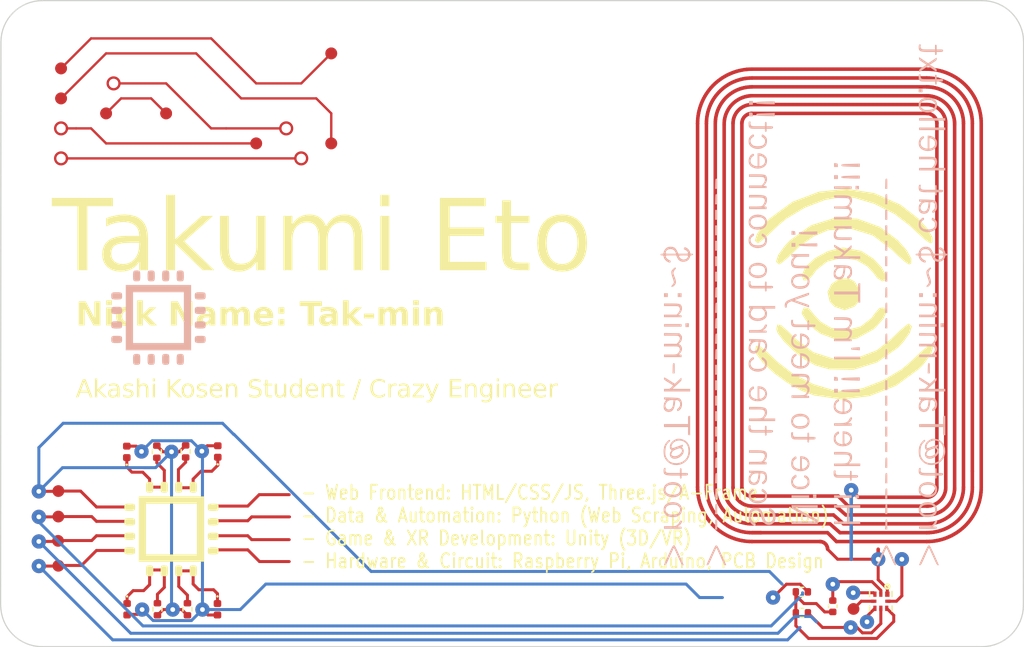
<source format=kicad_pcb>
(kicad_pcb (version 20240108) (generator "pcbnew") (generator_version "8.0")
  (layers (0 "F.Cu" signal) (31 "B.Cu" signal) (34 "B.Paste" user) (35 "F.Paste" user) (36 "B.SilkS" user "B.Silkscreen") (37 "F.SilkS" user "F.Silkscreen") (38 "B.Mask" user) (39 "F.Mask" user) (44 "Edge.Cuts" user))
  (net 0 "")
  (net 1 "VCC")
  (net 2 "GND")
  (net 3 "Net-(D1-Pad1)")
  (net 4 "Net-(D1-Pad2)")
  (net 5 "Net-(D2-Pad1)")
  (net 6 "Net-(D3-Pad1)")
  (net 7 "Net-(D4-Pad1)")
  (net 8 "Net-(C1-Pad1)")
  (net 9 "Net-(TP1-Pad1)")
  (net 10 "Net-(TP2-Pad1)")
  (net 11 "Net-(TP3-Pad1)")
  (net 12 "Net-(U1-Pad1)")
  (footprint "TestPoint:TestPoint_Pad_D1.0mm" (layer "F.Cu") (at 111.506 88.9 -90)
    (property "Reference" "TP2" (hide yes))
    (property "Value" "TestPoint" (hide yes))
  )
  (footprint "LOGO" (layer "F.Cu") (at 121.1 87.9)
    (property "Reference" "G***" (hide yes))
    (property "Value" "LOGO" (hide yes))
  )
  (footprint "TestPoint:TestPoint_Pad_D1.0mm" (layer "F.Cu") (at 111.5314 91.0082 90)
    (property "Reference" "TP4" (hide yes))
    (property "Value" "TestPoint")
  )
  (footprint "LED_SMD:LED_0402_1005Metric" (layer "F.Cu") (at 124.9934 94.6912 -90)
    (property "Reference" "D1" (hide yes))
    (property "Value" "LED" (hide yes))
  )
  (footprint "LED_SMD:LED_0402_1005Metric" (layer "F.Cu") (at 125.0188 81.3332 90)
    (property "Reference" "D4" (hide yes))
    (property "Value" "LED" (hide yes))
  )
  (footprint "TestPoint:TestPoint_Pad_D1.0mm" (layer "F.Cu") (at 111.5314 84.6836 90)
    (property "Reference" "TP5" (hide yes))
    (property "Value" "TestPoint")
  )
  (footprint "LOGO" (layer "F.Cu") (at 178 68 90)
    (property "Reference" "G***" (hide yes))
    (property "Value" "LOGO" (hide yes))
  )
  (footprint "Resistor_SMD:R_0402_1005Metric" (layer "F.Cu") (at 119.8626 81.3522 90)
    (property "Reference" "R5" (hide yes))
    (property "Value" "220E" (hide yes))
  )
  (footprint "Capacitor_SMD:C_0402_1005Metric" (layer "F.Cu") (at 177.0546 94.4372 90)
    (property "Reference" "C1" (hide yes))
    (property "Value" "220nf" (hide yes))
  )
  (footprint "Resistor_SMD:R_0402_1005Metric" (layer "F.Cu") (at 122.4534 94.6912 -90)
    (property "Reference" "R3" (hide yes))
    (property "Value" "220E" (hide yes))
  )
  (footprint "Resistor_SMD:R_0402_1005Metric" (layer "F.Cu") (at 119.9134 94.6912 -90)
    (property "Reference" "R4" (hide yes))
    (property "Value" "220E" (hide yes))
  )
  (footprint "Resistor_SMD:R_0402_1005Metric" (layer "F.Cu") (at 174.4364 93.218)
    (property "Reference" "R2" (hide yes))
    (property "Value" "0E" (hide yes))
  )
  (footprint "LED_SMD:LED_0402_1005Metric" (layer "F.Cu") (at 117.348 94.6912 -90)
    (property "Reference" "D2" (hide yes))
    (property "Value" "LED" (hide yes))
  )
  (footprint "TestPoint:TestPoint_Pad_D1.0mm" (layer "F.Cu") (at 111.5314 86.842601)
    (property "Reference" "TP1" (hide yes))
    (property "Value" "TestPoint" (hide yes))
  )
  (footprint "Resistor_SMD:R_0402_1005Metric" (layer "F.Cu") (at 122.301 81.3288 90)
    (property "Reference" "R6" (hide yes))
    (property "Value" "220E" (hide yes))
  )
  (footprint "LED_SMD:LED_0402_1005Metric" (layer "F.Cu") (at 117.322601 81.363701 90)
    (property "Reference" "D3" (hide yes))
    (property "Value" "LED" (hide yes))
  )
  (footprint "TestPoint:TestPoint_Pad_D1.0mm" (layer "F.Cu") (at 178.8072 94.6658)
    (property "Reference" "TP3" (hide yes))
    (property "Value" "TestPoint" (hide yes))
  )
  (footprint "Shawn_PCB_Business_card:PCB" (layer "F.Cu") (at 127 57.785)
    (property "Reference" "REF**" (hide yes))
    (property "Value" "PCB" (hide yes))
  )
  (footprint "Shawn_PCB_Business_card:IC_NT3H1101W0FHKH" (layer "F.Cu") (at 181.1186 94.013355 -90)
    (property "Reference" "U1" (hide yes))
    (property "Value" "NT3H1101W0FHKH" (hide yes))
  )
  (footprint "Resistor_SMD:R_0402_1005Metric" (layer "F.Cu") (at 174.4384 94.996 180)
    (property "Reference" "R1" (hide yes))
    (property "Value" "0E" (hide yes))
  )
  (footprint "LOGO" (layer "B.Cu") (at 120 70 180)
    (property "Reference" "G***" (hide yes))
    (property "Value" "LOGO" (hide yes))
  )
  (footprint "LOGO" (layer "B.Cu") (at 174 68 90)
    (property "Reference" "G***" (hide yes))
    (property "Value" "LOGO" (hide yes))
  )
  (gr_line (start 193.109981 95.063967) (end 193.163427 94.716569) (stroke (width 0.1)) (layer "Edge.Cuts"))
  (gr_line (start 106.745495 45.951407) (end 106.692269 46.298672) (stroke (width 0.1)) (layer "Edge.Cuts"))
  (gr_line (start 107.272595 44.70031) (end 107.096896 44.989179) (stroke (width 0.1)) (layer "Edge.Cuts"))
  (gr_line (start 191.653716 43.754632) (end 191.36532 43.578933) (stroke (width 0.1)) (layer "Edge.Cuts"))
  (gr_line (start 109.452436 97.788113) (end 109.799701 97.841559) (stroke (width 0.1)) (layer "Edge.Cuts"))
  (gr_line (start 107.255662 96.314915) (end 107.4572 96.58479) (stroke (width 0.1)) (layer "Edge.Cuts"))
  (gr_line (start 192.758085 96.02652) (end 192.905987 95.720662) (stroke (width 0.1)) (layer "Edge.Cuts"))
  (gr_line (start 106.932685 95.720662) (end 107.079963 96.02652) (stroke (width 0.1)) (layer "Edge.Cuts"))
  (gr_line (start 107.932105 97.059187) (end 108.20134 97.260535) (stroke (width 0.1)) (layer "Edge.Cuts"))
  (gr_line (start 110.157285 97.859551) (end 189.68125 97.859551) (stroke (width 0.1)) (layer "Edge.Cuts"))
  (gr_line (start 110.174218 43.156219) (end 110.174218 43.156219) (stroke (width 0.1)) (layer "Edge.Cuts"))
  (gr_line (start 109.816634 43.174306) (end 109.469369 43.227533) (stroke (width 0.1)) (layer "Edge.Cuts"))
  (gr_line (start 192.172034 44.182513) (end 191.92359 43.95617) (stroke (width 0.1)) (layer "Edge.Cuts"))
  (gr_line (start 108.490209 97.436218) (end 108.796133 97.58412) (stroke (width 0.1)) (layer "Edge.Cuts"))
  (gr_line (start 190.05537 43.174306) (end 189.698183 43.156219) (stroke (width 0.1)) (layer "Edge.Cuts"))
  (gr_line (start 190.737994 43.313832) (end 190.402767 43.227533) (stroke (width 0.1)) (layer "Edge.Cuts"))
  (gr_line (start 108.813066 43.431656) (end 108.507142 43.578933) (stroke (width 0.1)) (layer "Edge.Cuts"))
  (gr_line (start 191.636783 97.260535) (end 191.906657 97.059187) (stroke (width 0.1)) (layer "Edge.Cuts"))
  (gr_line (start 192.775018 44.989179) (end 192.599864 44.70031) (stroke (width 0.1)) (layer "Edge.Cuts"))
  (gr_line (start 106.814862 95.399194) (end 106.932685 95.720662) (stroke (width 0.1)) (layer "Edge.Cuts"))
  (gr_line (start 191.92359 43.95617) (end 191.653716 43.754632) (stroke (width 0.1)) (layer "Edge.Cuts"))
  (gr_line (start 193.163427 94.716569) (end 193.181418 94.359382) (stroke (width 0.1)) (layer "Edge.Cuts"))
  (gr_line (start 107.700476 44.182513) (end 107.474133 44.431076) (stroke (width 0.1)) (layer "Edge.Cuts"))
  (gr_line (start 106.674182 46.656256) (end 106.643618 94.359382) (stroke (width 0.1)) (layer "Edge.Cuts"))
  (gr_line (start 193.18036 46.298672) (end 193.126914 45.951407) (stroke (width 0.1)) (layer "Edge.Cuts"))
  (gr_line (start 190.721061 97.701859) (end 191.042529 97.58412) (stroke (width 0.1)) (layer "Edge.Cuts"))
  (gr_line (start 192.905987 95.720662) (end 193.023727 95.399194) (stroke (width 0.1)) (layer "Edge.Cuts"))
  (gr_line (start 190.402767 43.227533) (end 190.05537 43.174306) (stroke (width 0.1)) (layer "Edge.Cuts"))
  (gr_line (start 192.381055 96.58479) (end 192.582931 96.314915) (stroke (width 0.1)) (layer "Edge.Cuts"))
  (gr_line (start 109.134494 43.313832) (end 108.813066 43.431656) (stroke (width 0.1)) (layer "Edge.Cuts"))
  (gr_line (start 107.4572 96.58479) (end 107.683543 96.833233) (stroke (width 0.1)) (layer "Edge.Cuts"))
  (gr_line (start 191.36532 43.578933) (end 191.059462 43.431656) (stroke (width 0.1)) (layer "Edge.Cuts"))
  (gr_line (start 109.799701 97.841559) (end 110.157285 97.859551) (stroke (width 0.1)) (layer "Edge.Cuts"))
  (gr_line (start 191.348387 97.436218) (end 191.636783 97.260535) (stroke (width 0.1)) (layer "Edge.Cuts"))
  (gr_line (start 109.117561 97.701859) (end 109.452436 97.788113) (stroke (width 0.1)) (layer "Edge.Cuts"))
  (gr_line (start 189.698183 43.156219) (end 110.174218 43.152982) (stroke (width 0.1)) (layer "Edge.Cuts"))
  (gr_line (start 190.038437 97.841559) (end 190.385834 97.788113) (stroke (width 0.1)) (layer "Edge.Cuts"))
  (gr_line (start 193.198351 46.656256) (end 193.18036 46.298672) (stroke (width 0.1)) (layer "Edge.Cuts"))
  (gr_line (start 192.599864 44.70031) (end 192.397988 44.431076) (stroke (width 0.1)) (layer "Edge.Cuts"))
  (gr_line (start 106.949618 45.295103) (end 106.831795 45.616532) (stroke (width 0.1)) (layer "Edge.Cuts"))
  (gr_line (start 191.059462 43.431656) (end 190.737994 43.313832) (stroke (width 0.1)) (layer "Edge.Cuts"))
  (gr_line (start 107.683543 96.833233) (end 107.932105 97.059187) (stroke (width 0.1)) (layer "Edge.Cuts"))
  (gr_line (start 109.469369 43.227533) (end 109.134494 43.313832) (stroke (width 0.1)) (layer "Edge.Cuts"))
  (gr_line (start 107.474133 44.431076) (end 107.272595 44.70031) (stroke (width 0.1)) (layer "Edge.Cuts"))
  (gr_line (start 110.174218 43.152982) (end 109.816634 43.174306) (stroke (width 0.1)) (layer "Edge.Cuts"))
  (gr_line (start 106.831795 45.616532) (end 106.745495 45.951407) (stroke (width 0.1)) (layer "Edge.Cuts"))
  (gr_line (start 193.181418 94.359382) (end 193.198351 46.656256) (stroke (width 0.1)) (layer "Edge.Cuts"))
  (gr_line (start 107.079963 96.02652) (end 107.255662 96.314915) (stroke (width 0.1)) (layer "Edge.Cuts"))
  (gr_line (start 192.155101 96.833233) (end 192.381055 96.58479) (stroke (width 0.1)) (layer "Edge.Cuts"))
  (gr_line (start 106.643618 94.359382) (end 106.675336 94.716569) (stroke (width 0.1)) (layer "Edge.Cuts"))
  (gr_line (start 106.728562 95.063967) (end 106.814862 95.399194) (stroke (width 0.1)) (layer "Edge.Cuts"))
  (gr_line (start 107.096896 44.989179) (end 106.949618 45.295103) (stroke (width 0.1)) (layer "Edge.Cuts"))
  (gr_line (start 192.92292 45.295103) (end 192.775018 44.989179) (stroke (width 0.1)) (layer "Edge.Cuts"))
  (gr_line (start 106.675336 94.716569) (end 106.728562 95.063967) (stroke (width 0.1)) (layer "Edge.Cuts"))
  (gr_line (start 108.796133 97.58412) (end 109.117561 97.701859) (stroke (width 0.1)) (layer "Edge.Cuts"))
  (gr_line (start 192.582931 96.314915) (end 192.758085 96.02652) (stroke (width 0.1)) (layer "Edge.Cuts"))
  (gr_line (start 106.692269 46.298672) (end 106.674182 46.656256) (stroke (width 0.1)) (layer "Edge.Cuts"))
  (gr_line (start 193.126914 45.951407) (end 193.04066 45.616532) (stroke (width 0.1)) (layer "Edge.Cuts"))
  (gr_line (start 192.397988 44.431076) (end 192.172034 44.182513) (stroke (width 0.1)) (layer "Edge.Cuts"))
  (gr_line (start 108.20134 97.260535) (end 108.490209 97.436218) (stroke (width 0.1)) (layer "Edge.Cuts"))
  (gr_line (start 108.507142 43.578933) (end 108.218273 43.754632) (stroke (width 0.1)) (layer "Edge.Cuts"))
  (gr_line (start 108.218273 43.754632) (end 107.949038 43.95617) (stroke (width 0.1)) (layer "Edge.Cuts"))
  (gr_line (start 193.023727 95.399194) (end 193.109981 95.063967) (stroke (width 0.1)) (layer "Edge.Cuts"))
  (gr_line (start 193.04066 45.616532) (end 192.92292 45.295103) (stroke (width 0.1)) (layer "Edge.Cuts"))
  (gr_line (start 191.906657 97.059187) (end 192.155101 96.833233) (stroke (width 0.1)) (layer "Edge.Cuts"))
  (gr_line (start 191.042529 97.58412) (end 191.348387 97.436218) (stroke (width 0.1)) (layer "Edge.Cuts"))
  (gr_line (start 190.385834 97.788113) (end 190.721061 97.701859) (stroke (width 0.1)) (layer "Edge.Cuts"))
  (gr_line (start 107.949038 43.95617) (end 107.700476 44.182513) (stroke (width 0.1)) (layer "Edge.Cuts"))
  (gr_line (start 189.68125 97.859551) (end 190.038437 97.841559) (stroke (width 0.1)) (layer "Edge.Cuts"))
  (gr_text "Takumi Eto" (at 111 67 0) (layer "F.SilkS") (effects (font (size 6 6) (thickness 0.25)) (justify left bottom)))
  (gr_text "Nick Name: Tak-min" (at 113 71 0) (layer "F.SilkS") (effects (font (size 2 2) (thickness 0.25) (bold yes)) (justify left bottom)))
  (gr_text "Akashi Kosen Student / Crazy Engineer" (at 113 77 0) (layer "F.SilkS") (effects (font (size 1.5 1.5) (thickness 0.25)) (justify left bottom)))
  (gr_text "- Web Frontend: HTML/CSS/JS, Three.js/A-Frame\n- Data & Automation: Python (Web Scraping, Automation)\n- Game & XR Development: Unity (3D/VR)\n- Hardware & Circuit: Raspberry Pi, Arduino, PCB Design" (at 132 91.3 0) (layer "F.SilkS") (effects (font (size 1.2 1)) (justify left bottom)))
  (segment (start 128.5494 90.6526) (end 131.064 90.6526) (width 0.254) (layer "F.Cu") (net 0))
  (segment (start 124.6378 88.4682) (end 127.5588 88.4682) (width 0.254) (layer "F.Cu") (net 0))
  (segment (start 124.587 85.9536) (end 127.5588 85.9536) (width 0.254) (layer "F.Cu") (net 0))
  (segment (start 124.6378 89.662) (end 127.5588 89.662) (width 0.254) (layer "F.Cu") (net 0))
  (segment (start 127.889 88.7984) (end 131.064 88.7984) (width 0.254) (layer "F.Cu") (net 0))
  (segment (start 128.524 84.9884) (end 131.064 84.9884) (width 0.254) (layer "F.Cu") (net 0))
  (segment (start 127.5588 85.9536) (end 128.524 84.9884) (width 0.254) (layer "F.Cu") (net 0))
  (segment (start 127.5588 89.662) (end 128.5494 90.6526) (width 0.254) (layer "F.Cu") (net 0))
  (segment (start 127.5588 87.1982) (end 127.889 86.868) (width 0.254) (layer "F.Cu") (net 0))
  (segment (start 127.889 86.868) (end 131.0894 86.868) (width 0.254) (layer "F.Cu") (net 0))
  (segment (start 124.6124 87.1982) (end 127.5588 87.1982) (width 0.254) (layer "F.Cu") (net 0))
  (segment (start 127.5588 88.4682) (end 127.889 88.7984) (width 0.254) (layer "F.Cu") (net 0))
  (segment (start 179.56279 96.689397) (end 179.105213 96.23182) (width 0.254) (layer "F.Cu") (net 1))
  (segment (start 180.334488 96.689397) (end 179.56279 96.689397) (width 0.254) (layer "F.Cu") (net 1))
  (segment (start 109.8804 91.0336) (end 111.506 91.0336) (width 0.254) (layer "F.Cu") (net 1))
  (segment (start 113.4872 90.9828) (end 114.7572 89.7128) (width 0.254) (layer "F.Cu") (net 1))
  (segment (start 111.683803 90.9828) (end 113.4872 90.9828) (width 0.254) (layer "F.Cu") (net 1))
  (segment (start 181.1186 94.613355) (end 181.1186 95.905285) (width 0.254) (layer "F.Cu") (net 1))
  (segment (start 179.105213 96.23182) (end 176.18422 96.23182) (width 0.254) (layer "F.Cu") (net 1))
  (segment (start 111.506 91.0336) (end 111.5314 91.0082) (width 0.254) (layer "F.Cu") (net 1))
  (segment (start 181.1186 95.905285) (end 180.334488 96.689397) (width 0.254) (layer "F.Cu") (net 1))
  (segment (start 176.18422 96.23182) (end 174.9484 94.996) (width 0.254) (layer "F.Cu") (net 1))
  (segment (start 111.5314 91.135203) (end 111.683803 90.9828) (width 0.254) (layer "F.Cu") (net 1))
  (segment (start 114.7572 89.7128) (end 117.602 89.7128) (width 0.254) (layer "F.Cu") (net 1))
  (via (at 178.565431 96.23182) (size 1.20904) (drill 0.4) (layers "F.Cu" "B.Cu") (net 1))
  (via (at 109.8804 91.0336) (size 1.20904) (drill 0.4) (layers "F.Cu" "B.Cu") (net 1))
  (segment (start 173.231451 97.282) (end 116.1288 97.282) (width 0.254) (layer "B.Cu") (net 1))
  (segment (start 116.1288 97.282) (end 109.8804 91.0336) (width 0.254) (layer "B.Cu") (net 1))
  (segment (start 174.281631 96.23182) (end 173.231451 97.282) (width 0.254) (layer "B.Cu") (net 1))
  (segment (start 117.5004 86.0298) (end 117.5512 86.0806) (width 0.254) (layer "F.Cu") (net 2))
  (segment (start 121.2088 94.7166) (end 120.398 94.7166) (width 0.254) (layer "F.Cu") (net 2))
  (segment (start 120.3766 81.3562) (end 119.8626 80.8422) (width 0.254) (layer "F.Cu") (net 2))
  (segment (start 181.1186 93.413355) (end 181.1186 93.091) (width 0.254) (layer "F.Cu") (net 2))
  (segment (start 121.1072 81.3562) (end 121.7636 81.3562) (width 0.254) (layer "F.Cu") (net 2))
  (segment (start 120.398 94.7166) (end 119.9134 95.2012) (width 0.254) (layer "F.Cu") (net 2))
  (segment (start 111.506 84.709) (end 111.5314 84.6836) (width 0.254) (layer "F.Cu") (net 2))
  (segment (start 177.0546 92.56844) (end 177.054547 92.568387) (width 0.254) (layer "F.Cu") (net 2))
  (segment (start 121.1072 81.3562) (end 120.3766 81.3562) (width 0.254) (layer "F.Cu") (net 2))
  (segment (start 109.8804 84.709) (end 111.506 84.709) (width 0.254) (layer "F.Cu") (net 2))
  (segment (start 177.0546 93.9572) (end 177.0546 92.56844) (width 0.254) (layer "F.Cu") (net 2))
  (segment (start 180.382 92.3544) (end 177.268534 92.3544) (width 0.254) (layer "F.Cu") (net 2))
  (segment (start 114.7572 86.0298) (end 117.5004 86.0298) (width 0.254) (layer "F.Cu") (net 2))
  (segment (start 177.268534 92.3544) (end 177.054547 92.568387) (width 0.254) (layer "F.Cu") (net 2))
  (segment (start 113.411 84.6836) (end 114.7572 86.0298) (width 0.254) (layer "F.Cu") (net 2))
  (segment (start 121.9688 94.7166) (end 122.4534 95.2012) (width 0.254) (layer "F.Cu") (net 2))
  (segment (start 121.7636 81.3562) (end 122.301 80.8188) (width 0.254) (layer "F.Cu") (net 2))
  (segment (start 121.2088 94.7166) (end 121.9688 94.7166) (width 0.254) (layer "F.Cu") (net 2))
  (segment (start 111.5314 84.6836) (end 113.411 84.6836) (width 0.254) (layer "F.Cu") (net 2))
  (segment (start 181.1186 93.091) (end 180.382 92.3544) (width 0.254) (layer "F.Cu") (net 2))
  (via (at 121.2088 94.7166) (size 1.20904) (drill 0.4) (layers "F.Cu" "B.Cu") (net 2))
  (via (at 177.054547 92.568387) (size 1.20904) (drill 0.4) (layers "F.Cu" "B.Cu") (net 2))
  (via (at 121.1072 81.3562) (size 1.20904) (drill 0.4) (layers "F.Cu" "B.Cu") (net 2))
  (via (at 109.8804 84.709) (size 1.20904) (drill 0.4) (layers "F.Cu" "B.Cu") (net 2))
  (segment (start 121.1072 81.3562) (end 121.1072 94.615) (width 0.254) (layer "B.Cu") (net 2))
  (segment (start 121.1072 94.615) (end 121.2088 94.7166) (width 0.254) (layer "B.Cu") (net 2))
  (segment (start 119.761 82.7024) (end 111.887 82.7024) (width 0.254) (layer "B.Cu") (net 2))
  (segment (start 137.9982 91.4908) (end 171.69316 91.4908) (width 0.254) (layer "B.Cu") (net 2))
  (segment (start 171.69316 91.4908) (end 172.770747 92.568387) (width 0.254) (layer "B.Cu") (net 2))
  (segment (start 111.9378 78.9432) (end 125.4252 78.9432) (width 0.254) (layer "B.Cu") (net 2))
  (segment (start 109.8804 81.0006) (end 111.9378 78.9432) (width 0.254) (layer "B.Cu") (net 2))
  (segment (start 121.1072 81.3562) (end 119.761 82.7024) (width 0.254) (layer "B.Cu") (net 2))
  (segment (start 126.365 79.883) (end 126.3904 79.883) (width 0.254) (layer "B.Cu") (net 2))
  (segment (start 111.887 82.7024) (end 109.8804 84.709) (width 0.254) (layer "B.Cu") (net 2))
  (segment (start 126.3904 79.883) (end 137.9982 91.4908) (width 0.254) (layer "B.Cu") (net 2))
  (segment (start 125.4252 78.9432) (end 126.365 79.883) (width 0.254) (layer "B.Cu") (net 2))
  (segment (start 109.8804 84.709) (end 109.8804 81.0006) (width 0.254) (layer "B.Cu") (net 2))
  (segment (start 124.6632 93.0402) (end 124.9934 93.3704) (width 0.254) (layer "F.Cu") (net 3))
  (segment (start 122.936 92.5576) (end 123.4186 93.0402) (width 0.254) (layer "F.Cu") (net 3))
  (segment (start 122.4534 94.1812) (end 122.4534 93.4974) (width 0.254) (layer "F.Cu") (net 3))
  (segment (start 121.7168 92.7608) (end 121.7168 91.44) (width 0.254) (layer "F.Cu") (net 3))
  (segment (start 124.9934 93.3704) (end 124.9934 94.2062) (width 0.254) (layer "F.Cu") (net 3))
  (segment (start 123.4186 93.0402) (end 124.6632 93.0402) (width 0.254) (layer "F.Cu") (net 3))
  (segment (start 122.4534 93.4974) (end 121.7168 92.7608) (width 0.254) (layer "F.Cu") (net 3))
  (segment (start 122.936 91.44) (end 122.936 92.5576) (width 0.254) (layer "F.Cu") (net 3))
  (segment (start 121.7168 91.44) (end 122.936 91.44) (width 0.254) (layer "F.Cu") (net 3))
  (segment (start 117.4012 95.123) (end 118.2116 95.123) (width 0.254) (layer "F.Cu") (net 4))
  (segment (start 118.5672 81.3308) (end 118.115101 80.878701) (width 0.254) (layer "F.Cu") (net 4))
  (segment (start 124.9934 95.1762) (end 124.183 95.1762) (width 0.254) (layer "F.Cu") (net 4))
  (segment (start 118.115101 80.878701) (end 117.322601 80.878701) (width 0.254) (layer "F.Cu") (net 4))
  (segment (start 123.6726 81.3054) (end 124.1298 80.8482) (width 0.254) (layer "F.Cu") (net 4))
  (segment (start 174.2994 92.571) (end 174.9464 93.218) (width 0.254) (layer "F.Cu") (net 4))
  (segment (start 118.2116 95.123) (end 118.618 94.7166) (width 0.254) (layer "F.Cu") (net 4))
  (segment (start 172 93.7006) (end 173.1296 92.571) (width 0.254) (layer "F.Cu") (net 4))
  (segment (start 124.1298 80.8482) (end 125.0188 80.8482) (width 0.254) (layer "F.Cu") (net 4))
  (segment (start 117.348 95.1762) (end 117.4012 95.123) (width 0.254) (layer "F.Cu") (net 4))
  (segment (start 173.1296 92.571) (end 174.2994 92.571) (width 0.254) (layer "F.Cu") (net 4))
  (segment (start 124.183 95.1762) (end 123.7234 94.7166) (width 0.254) (layer "F.Cu") (net 4))
  (via (at 172 93.7006) (size 1.20904) (drill 0.4) (layers "F.Cu" "B.Cu") (net 4))
  (via (at 123.6726 81.3054) (size 1.20904) (drill 0.4) (layers "F.Cu" "B.Cu") (net 4))
  (via (at 123.7234 94.7166) (size 1.20904) (drill 0.4) (layers "F.Cu" "B.Cu") (net 4))
  (via (at 118.5672 81.3308) (size 1.20904) (drill 0.4) (layers "F.Cu" "B.Cu") (net 4))
  (via (at 118.618 94.7166) (size 1.20904) (drill 0.4) (layers "F.Cu" "B.Cu") (net 4))
  (segment (start 167.7162 93.7006) (end 165.7858 93.7006) (width 0.254) (layer "B.Cu") (net 4))
  (segment (start 123.6726 81.3054) (end 123.7234 81.3562) (width 0.254) (layer "B.Cu") (net 4))
  (segment (start 126.9238 94.7166) (end 123.7234 94.7166) (width 0.254) (layer "B.Cu") (net 4))
  (segment (start 165.7858 93.7006) (end 164.6428 92.5576) (width 0.254) (layer "B.Cu") (net 4))
  (segment (start 122.79188 95.64812) (end 119.54952 95.64812) (width 0.254) (layer "B.Cu") (net 4))
  (segment (start 123.7234 81.3562) (end 123.7234 94.7166) (width 0.254) (layer "B.Cu") (net 4))
  (segment (start 122.79188 80.42468) (end 123.6726 81.3054) (width 0.254) (layer "B.Cu") (net 4))
  (segment (start 119.54952 95.64812) (end 118.618 94.7166) (width 0.254) (layer "B.Cu") (net 4))
  (segment (start 129.0828 92.5576) (end 126.9238 94.7166) (width 0.254) (layer "B.Cu") (net 4))
  (segment (start 118.5672 81.3308) (end 119.47332 80.42468) (width 0.254) (layer "B.Cu") (net 4))
  (segment (start 164.6428 92.5576) (end 129.0828 92.5576) (width 0.254) (layer "B.Cu") (net 4))
  (segment (start 123.7234 94.7166) (end 122.79188 95.64812) (width 0.254) (layer "B.Cu") (net 4))
  (segment (start 119.47332 80.42468) (end 122.79188 80.42468) (width 0.254) (layer "B.Cu") (net 4))
  (segment (start 118.5672 81.3308) (end 118.618 81.3816) (width 0.254) (layer "B.Cu") (net 4))
  (segment (start 120.4976 92.837) (end 119.9134 93.4212) (width 0.254) (layer "F.Cu") (net 5))
  (segment (start 118.745 93.1164) (end 119.253 92.6084) (width 0.254) (layer "F.Cu") (net 5))
  (segment (start 117.348 94.2062) (end 117.348 93.6244) (width 0.254) (layer "F.Cu") (net 5))
  (segment (start 117.348 93.6244) (end 117.856 93.1164) (width 0.254) (layer "F.Cu") (net 5))
  (segment (start 119.9134 93.4212) (end 119.9134 94.1812) (width 0.254) (layer "F.Cu") (net 5))
  (segment (start 119.253 91.3638) (end 120.4976 91.3638) (width 0.254) (layer "F.Cu") (net 5))
  (segment (start 120.4976 91.3638) (end 120.4976 92.837) (width 0.254) (layer "F.Cu") (net 5))
  (segment (start 119.253 92.6084) (end 119.253 91.3638) (width 0.254) (layer "F.Cu") (net 5))
  (segment (start 117.856 93.1164) (end 118.745 93.1164) (width 0.254) (layer "F.Cu") (net 5))
  (segment (start 119.8626 82.296) (end 119.8626 81.8622) (width 0.254) (layer "F.Cu") (net 6))
  (segment (start 120.4976 82.931) (end 119.8626 82.296) (width 0.254) (layer "F.Cu") (net 6))
  (segment (start 120.4214 84.3534) (end 120.4976 84.2772) (width 0.254) (layer "F.Cu") (net 6))
  (segment (start 117.7544 83.0834) (end 118.6688 83.0834) (width 0.254) (layer "F.Cu") (net 6))
  (segment (start 119.253 84.3534) (end 120.4214 84.3534) (width 0.254) (layer "F.Cu") (net 6))
  (segment (start 117.322601 81.848701) (end 117.322601 82.651601) (width 0.254) (layer "F.Cu") (net 6))
  (segment (start 117.322601 82.651601) (end 117.7544 83.0834) (width 0.254) (layer "F.Cu") (net 6))
  (segment (start 119.253 83.6676) (end 119.253 84.3534) (width 0.254) (layer "F.Cu") (net 6))
  (segment (start 118.6688 83.0834) (end 119.253 83.6676) (width 0.254) (layer "F.Cu") (net 6))
  (segment (start 120.4976 84.2772) (end 120.4976 82.931) (width 0.254) (layer "F.Cu") (net 6))
  (segment (start 121.6914 82.8548) (end 121.6914 84.4042) (width 0.254) (layer "F.Cu") (net 7))
  (segment (start 124.5108 83.0072) (end 123.5964 83.0072) (width 0.254) (layer "F.Cu") (net 7))
  (segment (start 125.0188 81.8182) (end 125.0188 82.4992) (width 0.254) (layer "F.Cu") (net 7))
  (segment (start 122.301 81.8388) (end 122.301 82.2452) (width 0.254) (layer "F.Cu") (net 7))
  (segment (start 122.301 82.2452) (end 121.6914 82.8548) (width 0.254) (layer "F.Cu") (net 7))
  (segment (start 122.936 83.6676) (end 122.936 84.2772) (width 0.254) (layer "F.Cu") (net 7))
  (segment (start 125.0188 82.4992) (end 124.5108 83.0072) (width 0.254) (layer "F.Cu") (net 7))
  (segment (start 123.5964 83.0072) (end 122.936 83.6676) (width 0.254) (layer "F.Cu") (net 7))
  (segment (start 121.6914 84.4042) (end 122.809 84.4042) (width 0.254) (layer "F.Cu") (net 7))
  (segment (start 122.809 84.4042) (end 122.936 84.2772) (width 0.254) (layer "F.Cu") (net 7))
  (segment (start 173.9284 96.0862) (end 173.9284 94.996) (width 0.254) (layer "F.Cu") (net 8))
  (segment (start 175.00554 97.16334) (end 173.9284 96.0862) (width 0.254) (layer "F.Cu") (net 8))
  (segment (start 175.6576 94.2086) (end 176.3662 94.9172) (width 0.254) (layer "F.Cu") (net 8))
  (segment (start 174.6162 94.2086) (end 175.6576 94.2086) (width 0.254) (layer "F.Cu") (net 8))
  (segment (start 173.9264 93.218) (end 173.9264 94.994) (width 0.254) (layer "F.Cu") (net 8))
  (segment (start 182.2108 95.205555) (end 182.2108 95.7326) (width 0.254) (layer "F.Cu") (net 8))
  (segment (start 176.3662 94.9172) (end 177.0546 94.9172) (width 0.254) (layer "F.Cu") (net 8))
  (segment (start 173.9264 93.5188) (end 174.6162 94.2086) (width 0.254) (layer "F.Cu") (net 8))
  (segment (start 173.9264 93.218) (end 173.9264 93.5188) (width 0.254) (layer "F.Cu") (net 8))
  (segment (start 181.6186 94.613355) (end 182.2108 95.205555) (width 0.254) (layer "F.Cu") (net 8))
  (segment (start 180.78006 97.16334) (end 175.00554 97.16334) (width 0.254) (layer "F.Cu") (net 8))
  (segment (start 182.2108 95.7326) (end 180.78006 97.16334) (width 0.254) (layer "F.Cu") (net 8))
  (segment (start 109.8804 86.868) (end 111.506001 86.868) (width 0.254) (layer "F.Cu") (net 9))
  (segment (start 180.499445 93.2942) (end 180.6186 93.413355) (width 0.254) (layer "F.Cu") (net 9))
  (segment (start 114.7572 87.249) (end 117.602 87.249) (width 0.254) (layer "F.Cu") (net 9))
  (segment (start 111.506001 86.868) (end 111.5314 86.842601) (width 0.254) (layer "F.Cu") (net 9))
  (segment (start 114.350801 86.842601) (end 114.7572 87.249) (width 0.254) (layer "F.Cu") (net 9))
  (segment (start 178.7818 93.2942) (end 180.499445 93.2942) (width 0.254) (layer "F.Cu") (net 9))
  (segment (start 111.5314 86.842601) (end 114.350801 86.842601) (width 0.254) (layer "F.Cu") (net 9))
  (via (at 109.8804 86.868) (size 1.20904) (drill 0.4) (layers "F.Cu" "B.Cu") (net 9))
  (via (at 178.7818 93.2942) (size 1.20904) (drill 0.4) (layers "F.Cu" "B.Cu") (net 9))
  (segment (start 171.84248 96.10212) (end 174.498 93.4466) (width 0.254) (layer "B.Cu") (net 9))
  (segment (start 174.498 93.4466) (end 174.498 93.2942) (width 0.254) (layer "B.Cu") (net 9))
  (segment (start 109.8804 87.296369) (end 118.686151 96.10212) (width 0.254) (layer "B.Cu") (net 9))
  (segment (start 109.8804 86.868) (end 109.8804 87.296369) (width 0.254) (layer "B.Cu") (net 9))
  (segment (start 118.686151 96.10212) (end 171.84248 96.10212) (width 0.254) (layer "B.Cu") (net 9))
  (segment (start 111.4552 88.9508) (end 111.506 88.9) (width 0.254) (layer "F.Cu") (net 10))
  (segment (start 111.683802 88.8746) (end 111.5314 89.027002) (width 0.254) (layer "F.Cu") (net 10))
  (segment (start 117.602 88.4682) (end 114.7572 88.4682) (width 0.254) (layer "F.Cu") (net 10))
  (segment (start 114.7572 88.4682) (end 114.3508 88.8746) (width 0.254) (layer "F.Cu") (net 10))
  (segment (start 179.948639 95.283316) (end 180.6186 94.613355) (width 0.254) (layer "F.Cu") (net 10))
  (segment (start 109.8804 88.9508) (end 111.4552 88.9508) (width 0.254) (layer "F.Cu") (net 10))
  (segment (start 114.2492 88.8746) (end 111.683802 88.8746) (width 0.254) (layer "F.Cu") (net 10))
  (segment (start 179.948639 95.757877) (end 179.948639 95.283316) (width 0.254) (layer "F.Cu") (net 10))
  (segment (start 114.3508 88.8746) (end 114.2746 88.8746) (width 0.254) (layer "F.Cu") (net 10))
  (via (at 109.8804 88.9508) (size 1.20904) (drill 0.4) (layers "F.Cu" "B.Cu") (net 10))
  (via (at 179.948639 95.757877) (size 1.20904) (drill 0.4) (layers "F.Cu" "B.Cu") (net 10))
  (segment (start 172.4152 96.7264) (end 173.8408 95.3008) (width 0.254) (layer "B.Cu") (net 10))
  (segment (start 117.656 96.7264) (end 172.4152 96.7264) (width 0.254) (layer "B.Cu") (net 10))
  (segment (start 109.8804 88.9508) (end 117.656 96.7264) (width 0.254) (layer "B.Cu") (net 10))
  (segment (start 175.207762 95.3008) (end 175.664839 95.757877) (width 0.254) (layer "B.Cu") (net 10))
  (segment (start 173.8408 95.3008) (end 175.207762 95.3008) (width 0.254) (layer "B.Cu") (net 10))
  (segment (start 178.8072 94.6658) (end 179.459645 94.013355) (width 0.254) (layer "F.Cu") (net 11))
  (segment (start 179.459645 94.013355) (end 180.5186 94.013355) (width 0.254) (layer "F.Cu") (net 11))
  (segment (start 168.71061 49.211565) (end 168.50487 49.287765) (width 0.29972) (layer "F.Cu") (net 12))
  (segment (start 167.28821 85.381165) (end 167.23741 85.216065) (width 0.29972) (layer "F.Cu") (net 12))
  (segment (start 188.55309 85.876465) (end 188.47181 86.054265) (width 0.29972) (layer "F.Cu") (net 12))
  (segment (start 188.68771 52.404345) (end 188.62675 52.218925) (width 0.29972) (layer "F.Cu") (net 12))
  (segment (start 168.34485 87.725585) (end 168.17721 87.626525) (width 0.29972) (layer "F.Cu") (net 12))
  (segment (start 176.54143 89.305465) (end 176.57191 89.376585) (width 0.29972) (layer "F.Cu") (net 12))
  (segment (start 177.11293 86.707045) (end 177.96383 87.456345) (width 0.29972) (layer "F.Cu") (net 12))
  (segment (start 167.11295 53.557505) (end 167.11295 84.357545) (width 0.29972) (layer "F.Cu") (net 12))
  (segment (start 185.19267 85.190665) (end 185.27903 85.167805) (width 0.29972) (layer "F.Cu") (net 12))
  (segment (start 185.59907 88.165005) (end 185.40349 88.187865) (width 0.29972) (layer "F.Cu") (net 12))
  (segment (start 185.36031 52.780265) (end 185.27903 52.747245) (width 0.29972) (layer "F.Cu") (net 12))
  (segment (start 185.86577 53.557505) (end 185.86069 53.468605) (width 0.29972) (layer "F.Cu") (net 12))
  (segment (start 168.50487 49.287765) (end 168.30421 49.374125) (width 0.29972) (layer "F.Cu") (net 12))
  (segment (start 186.53633 84.852845) (end 186.49315 84.969685) (width 0.29972) (layer "F.Cu") (net 12))
  (segment (start 168.99763 52.518645) (end 168.91889 52.617705) (width 0.29972) (layer "F.Cu") (net 12))
  (segment (start 185.95467 85.652945) (end 185.85053 85.721525) (width 0.29972) (layer "F.Cu") (net 12))
  (segment (start 170.21429 51.957305) (end 185.01487 51.957305) (width 0.29972) (layer "F.Cu") (net 12))
  (segment (start 189.48527 85.442125) (end 189.42939 85.652945) (width 0.29972) (layer "F.Cu") (net 12))
  (segment (start 188.82233 52.973305) (end 188.78677 52.782805) (width 0.29972) (layer "F.Cu") (net 12))
  (segment (start 185.82513 84.621705) (end 185.84799 84.535345) (width 0.29972) (layer "F.Cu") (net 12))
  (segment (start 166.34333 51.070845) (end 166.23157 51.256265) (width 0.29972) (layer "F.Cu") (net 12))
  (segment (start 169.33037 86.552105) (end 169.47007 86.602905) (width 0.29972) (layer "F.Cu") (net 12))
  (segment (start 167.03929 87.687485) (end 166.88435 87.532545) (width 0.29972) (layer "F.Cu") (net 12))
  (segment (start 170.08983 51.962385) (end 169.96283 51.977625) (width 0.29972) (layer "F.Cu") (net 12))
  (segment (start 165.86835 52.053825) (end 165.79977 52.262105) (width 0.29972) (layer "F.Cu") (net 12))
  (segment (start 186.64301 51.893805) (end 186.74715 52.003025) (width 0.29972) (layer "F.Cu") (net 12))
  (segment (start 169.91203 86.696885) (end 170.06189 86.707045) (width 0.29972) (layer "F.Cu") (net 12))
  (segment (start 169.71899 85.879005) (end 169.84091 85.914565) (width 0.29972) (layer "F.Cu") (net 12))
  (segment (start 186.66333 50.933685) (end 186.51347 50.844785) (width 0.29972) (layer "F.Cu") (net 12))
  (segment (start 186.80811 86.884845) (end 186.94781 86.780705) (width 0.29972) (layer "F.Cu") (net 12))
  (segment (start 185.51525 85.045885) (end 185.58383 84.990005) (width 0.29972) (layer "F.Cu") (net 12))
  (segment (start 167.87749 53.356845) (end 167.86733 53.506705) (width 0.29972) (layer "F.Cu") (net 12))
  (segment (start 167.56253 87.149005) (end 167.42283 87.009305) (width 0.29972) (layer "F.Cu") (net 12))
  (segment (start 186.20105 50.694925) (end 186.03849 50.631425) (width 0.29972) (layer "F.Cu") (net 12))
  (segment (start 177.96383 87.456345) (end 185.01487 87.456345) (width 0.29972) (layer "F.Cu") (net 12))
  (segment (start 187.20689 86.549565) (end 187.32627 86.422565) (width 0.29972) (layer "F.Cu") (net 12))
  (segment (start 166.75735 86.054265) (end 166.67607 85.876465) (width 0.29972) (layer "F.Cu") (net 12))
  (segment (start 168.68521 86.171105) (end 168.80205 86.265085) (width 0.29972) (layer "F.Cu") (net 12))
  (segment (start 186.51855 88.703485) (end 186.31027 88.772065) (width 0.29972) (layer "F.Cu") (net 12))
  (segment (start 186.61507 84.357545) (end 186.60999 84.482005) (width 0.29972) (layer "F.Cu") (net 12))
  (segment (start 169.19067 87.283625) (end 169.02811 87.220125) (width 0.29972) (layer "F.Cu") (net 12))
  (segment (start 170.06189 86.707045) (end 170.21429 86.709585) (width 0.29972) (layer "F.Cu") (net 12))
  (segment (start 185.23331 48.962645) (end 185.45175 48.977885) (width 0.29972) (layer "F.Cu") (net 12))
  (segment (start 185.21045 88.203105) (end 185.01487 88.208185) (width 0.29972) (layer "F.Cu") (net 12))
  (segment (start 185.13933 85.952665) (end 185.01487 85.957745) (width 0.29972) (layer "F.Cu") (net 12))
  (segment (start 166.12489 51.449305) (end 166.03091 51.647425) (width 0.29972) (layer "F.Cu") (net 12))
  (segment (start 169.38117 53.379705) (end 169.40403 53.293345) (width 0.29972) (layer "F.Cu") (net 12))
  (segment (start 189.10427 51.449305) (end 189.19825 51.647425) (width 0.29972) (layer "F.Cu") (net 12))
  (segment (start 186.61253 53.557505) (end 186.61253 84.357545) (width 0.29972) (layer "F.Cu") (net 12))
  (segment (start 189.60973 53.339065) (end 189.61481 53.557505) (width 0.29972) (layer "F.Cu") (net 12))
  (segment (start 168.58615 51.893805) (end 168.48201 52.003025) (width 0.29972) (layer "F.Cu") (net 12))
  (segment (start 175.96485 88.957485) (end 176.04359 88.962565) (width 0.29972) (layer "F.Cu") (net 12))
  (segment (start 186.71159 87.814485) (end 186.53379 87.895765) (width 0.29972) (layer "F.Cu") (net 12))
  (segment (start 166.73703 87.369985) (end 166.59733 87.199805) (width 0.29972) (layer "F.Cu") (net 12))
  (segment (start 188.74359 52.592305) (end 188.68771 52.404345) (width 0.29972) (layer "F.Cu") (net 12))
  (segment (start 167.56253 50.766045) (end 167.70731 50.636505) (width 0.29972) (layer "F.Cu") (net 12))
  (segment (start 166.60241 52.218925) (end 166.67607 52.038585) (width 0.29972) (layer "F.Cu") (net 12))
  (segment (start 166.88435 50.382505) (end 166.73703 50.545065) (width 0.29972) (layer "F.Cu") (net 12))
  (segment (start 170.21429 48.957565) (end 185.01487 48.957565) (width 0.29972) (layer "F.Cu") (net 12))
  (segment (start 170.21429 88.208185) (end 170.96359 88.208185) (width 0.29972) (layer "F.Cu") (net 12))
  (segment (start 167.70731 50.636505) (end 167.85717 50.512045) (width 0.29972) (layer "F.Cu") (net 12))
  (segment (start 167.15867 84.875705) (end 167.13581 84.705525) (width 0.29972) (layer "F.Cu") (net 12))
  (segment (start 166.23157 86.658785) (end 166.12489 86.465745) (width 0.29972) (layer "F.Cu") (net 12))
  (segment (start 185.23331 88.952405) (end 185.01487 88.957485) (width 0.29972) (layer "F.Cu") (net 12))
  (segment (start 168.01465 87.517305) (end 167.85717 87.403005) (width 0.29972) (layer "F.Cu") (net 12))
  (segment (start 189.36081 52.053825) (end 189.42939 52.262105) (width 0.29972) (layer "F.Cu") (net 12))
  (segment (start 165.94455 86.066965) (end 165.86835 85.861225) (width 0.29972) (layer "F.Cu") (net 12))
  (segment (start 167.92829 53.059665) (end 167.89781 53.206985) (width 0.29972) (layer "F.Cu") (net 12))
  (segment (start 167.42283 87.009305) (end 167.29329 86.864525) (width 0.29972) (layer "F.Cu") (net 12))
  (segment (start 187.20689 51.365485) (end 187.07989 51.246105) (width 0.29972) (layer "F.Cu") (net 12))
  (segment (start 187.37199 87.403005) (end 187.21451 87.517305) (width 0.29972) (layer "F.Cu") (net 12))
  (segment (start 170.21429 88.957485) (end 175.96485 88.957485) (width 0.29972) (layer "F.Cu") (net 12))
  (segment (start 189.61481 84.357545) (end 189.61481 53.557505) (width 0.29972) (layer "F.Cu") (net 12))
  (segment (start 187.01639 52.363705) (end 187.09005 52.495785) (width 0.29972) (layer "F.Cu") (net 12))
  (segment (start 168.05783 85.335445) (end 168.12133 85.470065) (width 0.29972) (layer "F.Cu") (net 12))
  (segment (start 168.14927 86.668945) (end 168.02227 86.549565) (width 0.29972) (layer "F.Cu") (net 12))
  (segment (start 185.84799 53.379705) (end 185.82513 53.293345) (width 0.29972) (layer "F.Cu") (net 12))
  (segment (start 169.27449 52.262105) (end 169.17543 52.340845) (width 0.29972) (layer "F.Cu") (net 12))
  (segment (start 167.16883 51.200385) (end 167.29329 51.050525) (width 0.29972) (layer "F.Cu") (net 12))
  (segment (start 168.61917 53.433045) (end 168.61409 53.557505) (width 0.29972) (layer "F.Cu") (net 12))
  (segment (start 167.12057 53.384785) (end 167.13581 53.209525) (width 0.29972) (layer "F.Cu") (net 12))
  (segment (start 167.05453 51.357865) (end 167.16883 51.200385) (width 0.29972) (layer "F.Cu") (net 12))
  (segment (start 186.43981 85.083985) (end 186.37885 85.193205) (width 0.29972) (layer "F.Cu") (net 12))
  (segment (start 169.86631 87.436025) (end 169.69613 87.413165) (width 0.29972) (layer "F.Cu") (net 12))
  (segment (start 185.87339 50.580625) (end 185.70321 50.537445) (width 0.29972) (layer "F.Cu") (net 12))
  (segment (start 187.35675 84.609005) (end 187.36437 84.459145) (width 0.29972) (layer "F.Cu") (net 12))
  (segment (start 168.28135 86.780705) (end 168.14927 86.668945) (width 0.29972) (layer "F.Cu") (net 12))
  (segment (start 168.56583 50.933685) (end 168.71569 50.844785) (width 0.29972) (layer "F.Cu") (net 12))
  (segment (start 169.47007 86.602905) (end 169.61739 86.643545) (width 0.29972) (layer "F.Cu") (net 12))
  (segment (start 185.62701 52.079225) (end 185.74131 52.132565) (width 0.29972) (layer "F.Cu") (net 12))
  (segment (start 176.61255 88.208185) (end 170.96359 88.208185) (width 0.29972) (layer "F.Cu") (net 12))
  (segment (start 185.75147 84.781725) (end 185.79211 84.702985) (width 0.29972) (layer "F.Cu") (net 12))
  (segment (start 167.91559 84.906185) (end 167.95369 85.050965) (width 0.29972) (layer "F.Cu") (net 12))
  (segment (start 168.01465 52.770105) (end 167.96639 52.914885) (width 0.29972) (layer "F.Cu") (net 12))
  (segment (start 188.18987 50.227565) (end 188.34481 50.382505) (width 0.29972) (layer "F.Cu") (net 12))
  (segment (start 167.19423 52.869165) (end 167.23741 52.698985) (width 0.29972) (layer "F.Cu") (net 12))
  (segment (start 168.91889 49.142985) (end 168.71061 49.211565) (width 0.29972) (layer "F.Cu") (net 12))
  (segment (start 168.30421 88.540925) (end 168.10609 88.446945) (width 0.29972) (layer "F.Cu") (net 12))
  (segment (start 187.36437 53.656565) (end 187.36437 84.456605) (width 0.29972) (layer "F.Cu") (net 12))
  (segment (start 187.35167 53.356845) (end 187.36183 53.506705) (width 0.29972) (layer "F.Cu") (net 12))
  (segment (start 186.51347 87.070265) (end 186.66333 86.981365) (width 0.29972) (layer "F.Cu") (net 12))
  (segment (start 168.38295 52.117325) (end 168.29405 52.239245) (width 0.29972) (layer "F.Cu") (net 12))
  (segment (start 167.19423 85.045885) (end 167.15867 84.875705) (width 0.29972) (layer "F.Cu") (net 12))
  (segment (start 168.46677 85.962825) (end 168.57091 86.069505) (width 0.29972) (layer "F.Cu") (net 12))
  (segment (start 169.12971 88.827945) (end 168.91889 88.772065) (width 0.29972) (layer "F.Cu") (net 12))
  (segment (start 168.99763 85.396405) (end 169.08399 85.487845) (width 0.29972) (layer "F.Cu") (net 12))
  (segment (start 188.76137 50.890505) (end 188.88583 51.070845) (width 0.29972) (layer "F.Cu") (net 12))
  (segment (start 185.86069 84.446445) (end 185.86577 84.357545) (width 0.29972) (layer "F.Cu") (net 12))
  (segment (start 167.23741 85.216065) (end 167.19423 85.045885) (width 0.29972) (layer "F.Cu") (net 12))
  (segment (start 186.23153 85.396405) (end 186.14517 85.487845) (width 0.29972) (layer "F.Cu") (net 12))
  (segment (start 167.35171 85.543725) (end 167.28821 85.381165) (width 0.29972) (layer "F.Cu") (net 12))
  (segment (start 187.50153 88.228505) (end 187.31357 88.340265) (width 0.29972) (layer "F.Cu") (net 12))
  (segment (start 185.58383 52.925045) (end 185.51525 52.869165) (width 0.29972) (layer "F.Cu") (net 12))
  (segment (start 185.01487 88.208185) (end 177.66411 88.208185) (width 0.29972) (layer "F.Cu") (net 12))
  (segment (start 168.48201 52.003025) (end 168.38295 52.117325) (width 0.29972) (layer "F.Cu") (net 12))
  (segment (start 186.92495 88.540925) (end 186.72429 88.627285) (width 0.29972) (layer "F.Cu") (net 12))
  (segment (start 167.35171 52.371325) (end 167.42283 52.213845) (width 0.29972) (layer "F.Cu") (net 12))
  (segment (start 166.36365 53.557505) (end 166.36873 53.361925) (width 0.29972) (layer "F.Cu") (net 12))
  (segment (start 186.14517 52.427205) (end 186.23153 52.518645) (width 0.29972) (layer "F.Cu") (net 12))
  (segment (start 169.24909 88.086265) (end 169.06113 88.030385) (width 0.29972) (layer "F.Cu") (net 12))
  (segment (start 167.05453 86.557185) (end 166.94531 86.394625) (width 0.29972) (layer "F.Cu") (net 12))
  (segment (start 166.59733 87.199805) (end 166.46779 87.024545) (width 0.29972) (layer "F.Cu") (net 12))
  (segment (start 165.66007 85.012865) (end 165.63467 84.794425) (width 0.29972) (layer "F.Cu") (net 12))
  (segment (start 185.01233 86.709585) (end 185.16473 86.707045) (width 0.29972) (layer "F.Cu") (net 12))
  (segment (start 189.10427 86.465745) (end 188.99759 86.656245) (width 0.29972) (layer "F.Cu") (net 12))
  (segment (start 169.64533 52.925045) (end 169.71391 52.869165) (width 0.29972) (layer "F.Cu") (net 12))
  (segment (start 186.03595 86.493685) (end 186.17057 86.425105) (width 0.29972) (layer "F.Cu") (net 12))
  (segment (start 188.06033 86.714665) (end 187.93587 86.864525) (width 0.29972) (layer "F.Cu") (net 12))
  (segment (start 168.36771 85.848525) (end 168.46677 85.962825) (width 0.29972) (layer "F.Cu") (net 12))
  (segment (start 185.75401 51.342625) (end 185.89371 51.395965) (width 0.29972) (layer "F.Cu") (net 12))
  (segment (start 188.82233 84.941745) (end 188.78677 85.132245) (width 0.29972) (layer "F.Cu") (net 12))
  (segment (start 188.11367 84.357545) (end 188.11367 53.557505) (width 0.29972) (layer "F.Cu") (net 12))
  (segment (start 166.23157 51.256265) (end 166.12489 51.449305) (width 0.29972) (layer "F.Cu") (net 12))
  (segment (start 187.22467 85.195745) (end 187.27293 85.050965) (width 0.29972) (layer "F.Cu") (net 12))
  (segment (start 186.35345 49.945625) (end 186.16803 49.884665) (width 0.29972) (layer "F.Cu") (net 12))
  (segment (start 188.47181 51.860785) (end 188.38291 51.688065) (width 0.29972) (layer "F.Cu") (net 12))
  (segment (start 167.59047 51.909045) (end 167.68699 51.764265) (width 0.29972) (layer "F.Cu") (net 12))
  (segment (start 185.51525 52.869165) (end 185.43905 52.820905) (width 0.29972) (layer "F.Cu") (net 12))
  (segment (start 186.49315 52.945365) (end 186.53633 53.062205) (width 0.29972) (layer "F.Cu") (net 12))
  (segment (start 187.72759 52.058905) (end 187.63869 51.909045) (width 0.29972) (layer "F.Cu") (net 12))
  (segment (start 168.69791 51.792205) (end 168.58615 51.893805) (width 0.29972) (layer "F.Cu") (net 12))
  (segment (start 185.18759 87.451265) (end 185.36285 87.436025) (width 0.29972) (layer "F.Cu") (net 12))
  (segment (start 185.98007 88.086265) (end 185.78957 88.129445) (width 0.29972) (layer "F.Cu") (net 12))
  (segment (start 168.81475 51.695685) (end 168.69791 51.792205) (width 0.29972) (layer "F.Cu") (net 12))
  (segment (start 189.61481 84.357545) (end 189.60973 84.575985) (width 0.29972) (layer "F.Cu") (net 12))
  (segment (start 186.16803 49.884665) (end 185.98007 49.828785) (width 0.29972) (layer "F.Cu") (net 12))
  (segment (start 167.20185 87.834805) (end 167.03929 87.687485) (width 0.29972) (layer "F.Cu") (net 12))
  (segment (start 185.64733 52.988545) (end 185.58383 52.925045) (width 0.29972) (layer "F.Cu") (net 12))
  (segment (start 169.61739 86.643545) (end 169.76471 86.674025) (width 0.29972) (layer "F.Cu") (net 12))
  (segment (start 168.51757 50.100565) (end 168.69537 50.019285) (width 0.29972) (layer "F.Cu") (net 12))
  (segment (start 169.60215 85.835825) (end 169.71899 85.879005) (width 0.29972) (layer "F.Cu") (net 12))
  (segment (start 186.09945 88.827945) (end 185.88609 88.873665) (width 0.29972) (layer "F.Cu") (net 12))
  (segment (start 166.40683 52.973305) (end 166.44239 52.782805) (width 0.29972) (layer "F.Cu") (net 12))
  (segment (start 169.47769 53.133325) (end 169.52595 53.057125) (width 0.29972) (layer "F.Cu") (net 12))
  (segment (start 169.80535 85.025565) (end 169.88409 85.058585) (width 0.29972) (layer "F.Cu") (net 12))
  (segment (start 167.85717 87.403005) (end 167.70731 87.278545) (width 0.29972) (layer "F.Cu") (net 12))
  (segment (start 187.54217 51.764265) (end 187.43803 51.624565) (width 0.29972) (layer "F.Cu") (net 12))
  (segment (start 185.51017 52.036045) (end 185.62701 52.079225) (width 0.29972) (layer "F.Cu") (net 12))
  (segment (start 188.34481 87.532545) (end 188.18987 87.687485) (width 0.29972) (layer "F.Cu") (net 12))
  (segment (start 187.27293 85.050965) (end 187.31103 84.906185) (width 0.29972) (layer "F.Cu") (net 12))
  (segment (start 169.60215 84.880785) (end 169.66565 84.936665) (width 0.29972) (layer "F.Cu") (net 12))
  (segment (start 189.56909 85.012865) (end 189.53099 85.228765) (width 0.29972) (layer "F.Cu") (net 12))
  (segment (start 168.61409 53.557505) (end 168.61409 84.357545) (width 0.29972) (layer "F.Cu") (net 12))
  (segment (start 185.27903 85.167805) (end 185.36031 85.134785) (width 0.29972) (layer "F.Cu") (net 12))
  (segment (start 188.49213 87.369985) (end 188.34481 87.532545) (width 0.29972) (layer "F.Cu") (net 12))
  (segment (start 170.21429 88.208185) (end 170.01871 88.203105) (width 0.29972) (layer "F.Cu") (net 12))
  (segment (start 169.33545 51.395965) (end 169.19829 51.459465) (width 0.29972) (layer "F.Cu") (net 12))
  (segment (start 168.12133 85.470065) (end 168.19499 85.602145) (width 0.29972) (layer "F.Cu") (net 12))
  (segment (start 169.35577 87.334425) (end 169.19067 87.283625) (width 0.29972) (layer "F.Cu") (net 12))
  (segment (start 185.58383 84.990005) (end 185.64733 84.926505) (width 0.29972) (layer "F.Cu") (net 12))
  (segment (start 188.09335 84.705525) (end 188.10859 84.530265) (width 0.29972) (layer "F.Cu") (net 12))
  (segment (start 169.82567 88.187865) (end 169.63009 88.165005) (width 0.29972) (layer "F.Cu") (net 12))
  (segment (start 166.84625 51.688065) (end 166.94531 51.520425) (width 0.29972) (layer "F.Cu") (net 12))
  (segment (start 185.74131 52.132565) (end 185.85053 52.193525) (width 0.29972) (layer "F.Cu") (net 12))
  (segment (start 168.78935 85.083985) (end 168.85031 85.193205) (width 0.29972) (layer "F.Cu") (net 12))
  (segment (start 167.89019 84.758865) (end 167.91559 84.906185) (width 0.29972) (layer "F.Cu") (net 12))
  (segment (start 185.01487 87.456345) (end 185.18759 87.451265) (width 0.29972) (layer "F.Cu") (net 12))
  (segment (start 185.45175 48.977885) (end 185.67019 49.003285) (width 0.29972) (layer "F.Cu") (net 12))
  (segment (start 170.12539 52.711685) (end 170.21429 52.706605) (width 0.29972) (layer "F.Cu") (net 12))
  (segment (start 186.31027 52.617705) (end 186.37885 52.721845) (width 0.29972) (layer "F.Cu") (net 12))
  (segment (start 186.35345 87.969425) (end 186.16803 88.030385) (width 0.29972) (layer "F.Cu") (net 12))
  (segment (start 170.21429 48.957565) (end 169.99585 48.962645) (width 0.29972) (layer "F.Cu") (net 12))
  (segment (start 185.60923 86.643545) (end 185.75655 86.602905) (width 0.29972) (layer "F.Cu") (net 12))
  (segment (start 167.86225 84.459145) (end 167.86987 84.609005) (width 0.29972) (layer "F.Cu") (net 12))
  (segment (start 166.59733 50.715245) (end 166.46779 50.890505) (width 0.29972) (layer "F.Cu") (net 12))
  (segment (start 168.73601 84.969685) (end 168.78935 85.083985) (width 0.29972) (layer "F.Cu") (net 12))
  (segment (start 185.79211 84.702985) (end 185.82513 84.621705) (width 0.29972) (layer "F.Cu") (net 12))
  (segment (start 167.11549 53.557505) (end 167.12057 53.384785) (width 0.29972) (layer "F.Cu") (net 12))
  (segment (start 185.98007 49.828785) (end 185.78957 49.785605) (width 0.29972) (layer "F.Cu") (net 12))
  (segment (start 187.68187 88.104045) (end 187.50153 88.228505) (width 0.29972) (layer "F.Cu") (net 12))
  (segment (start 169.99585 48.962645) (end 169.77741 48.977885) (width 0.29972) (layer "F.Cu") (net 12))
  (segment (start 167.13581 84.705525) (end 167.12057 84.530265) (width 0.29972) (layer "F.Cu") (net 12))
  (segment (start 168.63441 53.306045) (end 168.61917 53.433045) (width 0.29972) (layer "F.Cu") (net 12))
  (segment (start 169.84091 85.914565) (end 169.96283 85.937425) (width 0.29972) (layer "F.Cu") (net 12))
  (segment (start 186.72429 88.627285) (end 186.51855 88.703485) (width 0.29972) (layer "F.Cu") (net 12))
  (segment (start 176.33315 89.071785) (end 176.39665 89.120045) (width 0.29972) (layer "F.Cu") (net 12))
  (segment (start 185.26633 51.977625) (end 185.38825 52.000485) (width 0.29972) (layer "F.Cu") (net 12))
  (segment (start 169.66565 84.936665) (end 169.73423 84.984925) (width 0.29972) (layer "F.Cu") (net 12))
  (segment (start 168.85031 52.721845) (end 168.78935 52.831065) (width 0.29972) (layer "F.Cu") (net 12))
  (segment (start 186.57189 84.730925) (end 186.53633 84.852845) (width 0.29972) (layer "F.Cu") (net 12))
  (segment (start 169.71391 52.869165) (end 169.78757 52.820905) (width 0.29972) (layer "F.Cu") (net 12))
  (segment (start 187.30087 53.059665) (end 187.33135 53.206985) (width 0.29972) (layer "F.Cu") (net 12))
  (segment (start 188.02731 87.834805) (end 187.85713 87.974505) (width 0.29972) (layer "F.Cu") (net 12))
  (segment (start 188.28385 51.520425) (end 188.17463 51.357865) (width 0.29972) (layer "F.Cu") (net 12))
  (segment (start 169.48785 52.132565) (end 169.37863 52.193525) (width 0.29972) (layer "F.Cu") (net 12))
  (segment (start 168.87571 49.945625) (end 169.06113 49.884665) (width 0.29972) (layer "F.Cu") (net 12))
  (segment (start 188.55309 52.038585) (end 188.47181 51.860785) (width 0.29972) (layer "F.Cu") (net 12))
  (segment (start 168.42105 86.884845) (end 168.28135 86.780705) (width 0.29972) (layer "F.Cu") (net 12))
  (segment (start 167.91559 49.574785) (end 167.72763 49.686545) (width 0.29972) (layer "F.Cu") (net 12))
  (segment (start 186.29249 51.609325) (end 186.41441 51.695685) (width 0.29972) (layer "F.Cu") (net 12))
  (segment (start 186.74715 52.003025) (end 186.84621 52.117325) (width 0.29972) (layer "F.Cu") (net 12))
  (segment (start 167.86733 53.506705) (end 167.86479 53.659105) (width 0.29972) (layer "F.Cu") (net 12))
  (segment (start 185.45175 88.937165) (end 185.23331 88.952405) (width 0.29972) (layer "F.Cu") (net 12))
  (segment (start 170.21429 86.707045) (end 177.11293 86.707045) (width 0.29972) (layer "F.Cu") (net 12))
  (segment (start 167.03929 50.227565) (end 166.88435 50.382505) (width 0.29972) (layer "F.Cu") (net 12))
  (segment (start 176.45253 89.175925) (end 176.50079 89.239425) (width 0.29972) (layer "F.Cu") (net 12))
  (segment (start 169.82567 49.727185) (end 170.01871 49.711945) (width 0.29972) (layer "F.Cu") (net 12))
  (segment (start 167.12057 84.530265) (end 167.11549 84.357545) (width 0.29972) (layer "F.Cu") (net 12))
  (segment (start 185.88609 49.041385) (end 186.09945 49.087105) (width 0.29972) (layer "F.Cu") (net 12))
  (segment (start 189.42939 85.652945) (end 189.36081 85.861225) (width 0.29972) (layer "F.Cu") (net 12))
  (segment (start 188.17463 86.557185) (end 188.06033 86.714665) (width 0.29972) (layer "F.Cu") (net 12))
  (segment (start 188.74359 85.322745) (end 188.68771 85.510705) (width 0.29972) (layer "F.Cu") (net 12))
  (segment (start 169.78757 52.820905) (end 169.86885 52.780265) (width 0.29972) (layer "F.Cu") (net 12))
  (segment (start 186.60999 84.482005) (end 186.59475 84.609005) (width 0.29972) (layer "F.Cu") (net 12))
  (segment (start 168.10609 49.468105) (end 167.91559 49.574785) (width 0.29972) (layer "F.Cu") (net 12))
  (segment (start 166.67607 52.038585) (end 166.75735 51.860785) (width 0.29972) (layer "F.Cu") (net 12))
  (segment (start 167.90289 51.492485) (end 168.02227 51.365485) (width 0.29972) (layer "F.Cu") (net 12))
  (segment (start 169.52595 87.377605) (end 169.35577 87.334425) (width 0.29972) (layer "F.Cu") (net 12))
  (segment (start 165.94455 51.848085) (end 165.86835 52.053825) (width 0.29972) (layer "F.Cu") (net 12))
  (segment (start 168.28135 51.134345) (end 168.42105 51.030205) (width 0.29972) (layer "F.Cu") (net 12))
  (segment (start 187.54217 86.150785) (end 187.63869 86.006005) (width 0.29972) (layer "F.Cu") (net 12))
  (segment (start 169.02811 50.694925) (end 169.19067 50.631425) (width 0.29972) (layer "F.Cu") (net 12))
  (segment (start 185.38825 52.000485) (end 185.51017 52.036045) (width 0.29972) (layer "F.Cu") (net 12))
  (segment (start 167.42283 85.701205) (end 167.35171 85.543725) (width 0.29972) (layer "F.Cu") (net 12))
  (segment (start 166.88435 87.532545) (end 166.73703 87.369985) (width 0.29972) (layer "F.Cu") (net 12))
  (segment (start 166.54145 85.510705) (end 166.48557 85.322745) (width 0.29972) (layer "F.Cu") (net 12))
  (segment (start 180.89635 92.190905) (end 181.6686 92.963155) (width 0.254) (layer "F.Cu") (net 12))
  (segment (start 188.07049 84.875705) (end 188.09335 84.705525) (width 0.29972) (layer "F.Cu") (net 12))
  (segment (start 188.38291 86.226985) (end 188.28385 86.394625) (width 0.29972) (layer "F.Cu") (net 12))
  (segment (start 177.36439 88.957485) (end 176.61255 88.208185) (width 0.29972) (layer "F.Cu") (net 12))
  (segment (start 187.31611 49.574785) (end 187.50153 49.686545) (width 0.29972) (layer "F.Cu") (net 12))
  (segment (start 168.34485 50.189465) (end 168.51757 50.100565) (width 0.29972) (layer "F.Cu") (net 12))
  (segment (start 169.55897 49.003285) (end 169.34307 49.041385) (width 0.29972) (layer "F.Cu") (net 12))
  (segment (start 188.28385 86.394625) (end 188.17463 86.557185) (width 0.29972) (layer "F.Cu") (net 12))
  (segment (start 169.99585 88.952405) (end 169.77741 88.937165) (width 0.29972) (layer "F.Cu") (net 12))
  (segment (start 187.31103 84.906185) (end 187.33643 84.758865) (width 0.29972) (layer "F.Cu") (net 12))
  (segment (start 166.03091 86.267625) (end 165.94455 86.066965) (width 0.29972) (layer "F.Cu") (net 12))
  (segment (start 185.43905 52.820905) (end 185.36031 52.780265) (width 0.29972) (layer "F.Cu") (net 12))
  (segment (start 168.02227 51.365485) (end 168.14927 51.246105) (width 0.29972) (layer "F.Cu") (net 12))
  (segment (start 187.80633 52.213845) (end 187.72759 52.058905) (width 0.29972) (layer "F.Cu") (net 12))
  (segment (start 185.86069 53.468605) (end 185.84799 53.379705) (width 0.29972) (layer "F.Cu") (net 12))
  (segment (start 185.10377 85.203365) (end 185.19267 85.190665) (width 0.29972) (layer "F.Cu") (net 12))
  (segment (start 186.37885 52.721845) (end 186.43981 52.831065) (width 0.29972) (layer "F.Cu") (net 12))
  (segment (start 169.45229 84.677585) (end 169.49547 84.751245) (width 0.29972) (layer "F.Cu") (net 12))
  (segment (start 178.36261 85.957745) (end 185.01487 85.957745) (width 0.29972) (layer "F.Cu") (net 12))
  (segment (start 187.85713 87.974505) (end 187.68187 88.104045) (width 0.29972) (layer "F.Cu") (net 12))
  (segment (start 185.01487 86.707045) (end 178.16449 86.707045) (width 0.29972) (layer "F.Cu") (net 12))
  (segment (start 188.07049 53.039345) (end 188.03493 52.869165) (width 0.29972) (layer "F.Cu") (net 12))
  (segment (start 169.52595 53.057125) (end 169.58183 52.988545) (width 0.29972) (layer "F.Cu") (net 12))
  (segment (start 169.58183 52.988545) (end 169.64533 52.925045) (width 0.29972) (layer "F.Cu") (net 12))
  (segment (start 177.31359 85.957745) (end 170.21429 85.957745) (width 0.29972) (layer "F.Cu") (net 12))
  (segment (start 169.63009 88.165005) (end 169.43959 88.129445) (width 0.29972) (layer "F.Cu") (net 12))
  (segment (start 186.59475 53.306045) (end 186.60999 53.433045) (width 0.29972) (layer "F.Cu") (net 12))
  (segment (start 187.26277 52.914885) (end 187.30087 53.059665) (width 0.29972) (layer "F.Cu") (net 12))
  (segment (start 189.19825 86.267625) (end 189.10427 86.465745) (width 0.29972) (layer "F.Cu") (net 12))
  (segment (start 180.89635 89.607725) (end 180.89635 90.456085) (width 0.29972) (layer "F.Cu") (net 12))
  (segment (start 189.28461 86.066965) (end 189.19825 86.267625) (width 0.29972) (layer "F.Cu") (net 12))
  (segment (start 185.01487 85.208445) (end 185.10377 85.203365) (width 0.29972) (layer "F.Cu") (net 12))
  (segment (start 185.16473 51.215625) (end 185.31459 51.233405) (width 0.29972) (layer "F.Cu") (net 12))
  (segment (start 188.09335 53.209525) (end 188.07049 53.039345) (width 0.29972) (layer "F.Cu") (net 12))
  (segment (start 167.20185 50.080245) (end 167.03929 50.227565) (width 0.29972) (layer "F.Cu") (net 12))
  (segment (start 185.75147 53.133325) (end 185.70321 53.057125) (width 0.29972) (layer "F.Cu") (net 12))
  (segment (start 182.89787 90.456085) (end 182.89787 93.554885) (width 0.254) (layer "F.Cu") (net 12))
  (segment (start 168.87063 87.149005) (end 168.71569 87.070265) (width 0.29972) (layer "F.Cu") (net 12))
  (segment (start 185.36031 85.134785) (end 185.43905 85.094145) (width 0.29972) (layer "F.Cu") (net 12))
  (segment (start 186.93511 52.239245) (end 187.01639 52.363705) (width 0.29972) (layer "F.Cu") (net 12))
  (segment (start 168.69283 53.062205) (end 168.65727 53.184125) (width 0.29972) (layer "F.Cu") (net 12))
  (segment (start 187.03163 85.602145) (end 187.10529 85.470065) (width 0.29972) (layer "F.Cu") (net 12))
  (segment (start 188.84519 53.168885) (end 188.82233 52.973305) (width 0.29972) (layer "F.Cu") (net 12))
  (segment (start 169.84091 52.000485) (end 169.71899 52.036045) (width 0.29972) (layer "F.Cu") (net 12))
  (segment (start 185.78957 49.785605) (end 185.59907 49.750045) (width 0.29972) (layer "F.Cu") (net 12))
  (segment (start 181.6686 92.963155) (end 181.6686 93.413355) (width 0.254) (layer "F.Cu") (net 12))
  (segment (start 188.03493 85.045885) (end 188.07049 84.875705) (width 0.29972) (layer "F.Cu") (net 12))
  (segment (start 166.48557 52.592305) (end 166.54145 52.404345) (width 0.29972) (layer "F.Cu") (net 12))
  (segment (start 167.90289 86.422565) (end 167.79113 86.290485) (width 0.29972) (layer "F.Cu") (net 12))
  (segment (start 187.32627 51.492485) (end 187.20689 51.365485) (width 0.29972) (layer "F.Cu") (net 12))
  (segment (start 186.37885 85.193205) (end 186.31027 85.297345) (width 0.29972) (layer "F.Cu") (net 12))
  (segment (start 165.69817 85.228765) (end 165.66007 85.012865) (width 0.29972) (layer "F.Cu") (net 12))
  (segment (start 169.34307 88.873665) (end 169.12971 88.827945) (width 0.29972) (layer "F.Cu") (net 12))
  (segment (start 167.42283 50.905745) (end 167.56253 50.766045) (width 0.29972) (layer "F.Cu") (net 12))
  (segment (start 165.66007 52.902185) (end 165.63467 53.120625) (width 0.29972) (layer "F.Cu") (net 12))
  (segment (start 165.61943 53.339065) (end 165.61435 53.557505) (width 0.29972) (layer "F.Cu") (net 12))
  (segment (start 187.21451 52.770105) (end 187.26277 52.914885) (width 0.29972) (layer "F.Cu") (net 12))
  (segment (start 188.63183 50.715245) (end 188.76137 50.890505) (width 0.29972) (layer "F.Cu") (net 12))
  (segment (start 168.61409 84.357545) (end 168.61917 84.482005) (width 0.29972) (layer "F.Cu") (net 12))
  (segment (start 169.36339 84.357545) (end 169.37101 84.441365) (width 0.29972) (layer "F.Cu") (net 12))
  (segment (start 186.59475 84.609005) (end 186.57189 84.730925) (width 0.29972) (layer "F.Cu") (net 12))
  (segment (start 169.96283 85.083985) (end 170.04665 85.101765) (width 0.29972) (layer "F.Cu") (net 12))
  (segment (start 169.41673 84.601385) (end 169.45229 84.677585) (width 0.29972) (layer "F.Cu") (net 12))
  (segment (start 186.94781 51.134345) (end 186.80811 51.030205) (width 0.29972) (layer "F.Cu") (net 12))
  (segment (start 186.88431 87.725585) (end 186.71159 87.814485) (width 0.29972) (layer "F.Cu") (net 12))
  (segment (start 168.65727 84.730925) (end 168.69283 84.852845) (width 0.29972) (layer "F.Cu") (net 12))
  (segment (start 188.78677 85.132245) (end 188.74359 85.322745) (width 0.29972) (layer "F.Cu") (net 12))
  (segment (start 186.66333 86.981365) (end 186.80811 86.884845) (width 0.29972) (layer "F.Cu") (net 12))
  (segment (start 186.54141 86.171105) (end 186.65571 86.069505) (width 0.29972) (layer "F.Cu") (net 12))
  (segment (start 188.03493 52.869165) (end 187.99175 52.698985) (width 0.29972) (layer "F.Cu") (net 12))
  (segment (start 170.03649 52.724385) (end 170.12539 52.711685) (width 0.29972) (layer "F.Cu") (net 12))
  (segment (start 189.42939 52.262105) (end 189.48527 52.472925) (width 0.29972) (layer "F.Cu") (net 12))
  (segment (start 170.04157 50.463785) (end 170.21429 50.458705) (width 0.29972) (layer "F.Cu") (net 12))
  (segment (start 168.56583 86.981365) (end 168.42105 86.884845) (width 0.29972) (layer "F.Cu") (net 12))
  (segment (start 169.86631 50.479025) (end 170.04157 50.463785) (width 0.29972) (layer "F.Cu") (net 12))
  (segment (start 166.38397 53.168885) (end 166.40683 52.973305) (width 0.29972) (layer "F.Cu") (net 12))
  (segment (start 165.74389 85.442125) (end 165.69817 85.228765) (width 0.29972) (layer "F.Cu") (net 12))
  (segment (start 185.86323 84.357545) (end 185.86323 53.557505) (width 0.29972) (layer "F.Cu") (net 12))
  (segment (start 166.12489 86.465745) (end 166.03091 86.267625) (width 0.29972) (layer "F.Cu") (net 12))
  (segment (start 187.43803 86.290485) (end 187.54217 86.150785) (width 0.29972) (layer "F.Cu") (net 12))
  (segment (start 185.01487 52.706605) (end 170.21429 52.706605) (width 0.29972) (layer "F.Cu") (net 12))
  (segment (start 185.21045 49.711945) (end 185.01487 49.706865) (width 0.29972) (layer "F.Cu") (net 12))
  (segment (start 168.69537 87.895765) (end 168.51757 87.814485) (width 0.29972) (layer "F.Cu") (net 12))
  (segment (start 176.11979 88.975265) (end 176.19599 89.000665) (width 0.29972) (layer "F.Cu") (net 12))
  (segment (start 169.37101 84.441365) (end 169.39133 84.522645) (width 0.29972) (layer "F.Cu") (net 12))
  (segment (start 185.53303 87.413165) (end 185.70321 87.377605) (width 0.29972) (layer "F.Cu") (net 12))
  (segment (start 186.65571 86.069505) (end 186.75985 85.962825) (width 0.29972) (layer "F.Cu") (net 12))
  (segment (start 166.38397 84.746165) (end 166.36873 84.553125) (width 0.29972) (layer "F.Cu") (net 12))
  (segment (start 169.19067 50.631425) (end 169.35577 50.580625) (width 0.29972) (layer "F.Cu") (net 12))
  (segment (start 187.66663 50.766045) (end 187.52185 50.636505) (width 0.29972) (layer "F.Cu") (net 12))
  (segment (start 169.60215 52.079225) (end 169.48785 52.132565) (width 0.29972) (layer "F.Cu") (net 12))
  (segment (start 168.71569 50.844785) (end 168.87063 50.766045) (width 0.29972) (layer "F.Cu") (net 12))
  (segment (start 176.57191 89.376585) (end 176.59731 89.452785) (width 0.29972) (layer "F.Cu") (net 12))
  (segment (start 169.73423 84.984925) (end 169.80535 85.025565) (width 0.29972) (layer "F.Cu") (net 12))
  (segment (start 169.96283 51.977625) (end 169.84091 52.000485) (width 0.29972) (layer "F.Cu") (net 12))
  (segment (start 186.49315 84.969685) (end 186.43981 85.083985) (width 0.29972) (layer "F.Cu") (net 12))
  (segment (start 169.76725 51.261345) (end 169.61993 51.296905) (width 0.29972) (layer "F.Cu") (net 12))
  (segment (start 170.01871 88.203105) (end 169.82567 88.187865) (width 0.29972) (layer "F.Cu") (net 12))
  (segment (start 186.35853 50.766045) (end 186.20105 50.694925) (width 0.29972) (layer "F.Cu") (net 12))
  (segment (start 168.10609 88.446945) (end 167.91559 88.340265) (width 0.29972) (layer "F.Cu") (net 12))
  (segment (start 185.46191 86.674025) (end 185.60923 86.643545) (width 0.29972) (layer "F.Cu") (net 12))
  (segment (start 185.01487 85.205905) (end 179.21351 85.205905) (width 0.29972) (layer "F.Cu") (net 12))
  (segment (start 167.23741 52.698985) (end 167.28821 52.533885) (width 0.29972) (layer "F.Cu") (net 12))
  (segment (start 170.04157 87.451265) (end 169.86631 87.436025) (width 0.29972) (layer "F.Cu") (net 12))
  (segment (start 189.19825 51.647425) (end 189.28461 51.848085) (width 0.29972) (layer "F.Cu") (net 12))
  (segment (start 169.40403 53.293345) (end 169.43705 53.212065) (width 0.29972) (layer "F.Cu") (net 12))
  (segment (start 168.17721 87.626525) (end 168.01465 87.517305) (width 0.29972) (layer "F.Cu") (net 12))
  (segment (start 168.71569 87.070265) (end 168.56583 86.981365) (width 0.29972) (layer "F.Cu") (net 12))
  (segment (start 169.43959 88.129445) (end 169.24909 88.086265) (width 0.29972) (layer "F.Cu") (net 12))
  (segment (start 186.35853 87.149005) (end 186.51347 87.070265) (width 0.29972) (layer "F.Cu") (net 12))
  (segment (start 185.26633 85.937425) (end 185.13933 85.952665) (width 0.29972) (layer "F.Cu") (net 12))
  (segment (start 169.19067 86.493685) (end 169.33037 86.552105) (width 0.29972) (layer "F.Cu") (net 12))
  (segment (start 187.12307 49.468105) (end 187.31611 49.574785) (width 0.29972) (layer "F.Cu") (net 12))
  (segment (start 185.67019 88.911765) (end 185.45175 88.937165) (width 0.29972) (layer "F.Cu") (net 12))
  (segment (start 166.46779 87.024545) (end 166.34333 86.844205) (width 0.29972) (layer "F.Cu") (net 12))
  (segment (start 169.37863 52.193525) (end 169.27449 52.262105) (width 0.29972) (layer "F.Cu") (net 12))
  (segment (start 168.91889 88.772065) (end 168.71061 88.703485) (width 0.29972) (layer "F.Cu") (net 12))
  (segment (start 177.51425 85.106845) (end 178.36261 85.957745) (width 0.29972) (layer "F.Cu") (net 12))
  (segment (start 187.80633 85.701205) (end 187.87745 85.543725) (width 0.29972) (layer "F.Cu") (net 12))
  (segment (start 187.09005 52.495785) (end 187.15609 52.632945) (width 0.29972) (layer "F.Cu") (net 12))
  (segment (start 188.88583 51.070845) (end 188.99759 51.256265) (width 0.29972) (layer "F.Cu") (net 12))
  (segment (start 185.85053 52.193525) (end 185.95467 52.262105) (width 0.29972) (layer "F.Cu") (net 12))
  (segment (start 166.34333 86.844205) (end 166.23157 86.658785) (width 0.29972) (layer "F.Cu") (net 12))
  (segment (start 189.60973 84.575985) (end 189.59449 84.794425) (width 0.29972) (layer "F.Cu") (net 12))
  (segment (start 185.31459 51.233405) (end 185.46191 51.261345) (width 0.29972) (layer "F.Cu") (net 12))
  (segment (start 169.95013 52.747245) (end 170.03649 52.724385) (width 0.29972) (layer "F.Cu") (net 12))
  (segment (start 169.36339 53.557505) (end 169.36847 53.468605) (width 0.29972) (layer "F.Cu") (net 12))
  (segment (start 167.79113 86.290485) (end 167.68699 86.150785) (width 0.29972) (layer "F.Cu") (net 12))
  (segment (start 166.75735 51.860785) (end 166.84625 51.688065) (width 0.29972) (layer "F.Cu") (net 12))
  (segment (start 187.80633 50.905745) (end 187.66663 50.766045) (width 0.29972) (layer "F.Cu") (net 12))
  (segment (start 168.51757 87.814485) (end 168.34485 87.725585) (width 0.29972) (layer "F.Cu") (net 12))
  (segment (start 169.06621 51.530585) (end 168.93667 51.609325) (width 0.29972) (layer "F.Cu") (net 12))
  (segment (start 166.36365 84.357545) (end 166.36365 53.557505) (width 0.29972) (layer "F.Cu") (net 12))
  (segment (start 166.73703 50.545065) (end 166.59733 50.715245) (width 0.29972) (layer "F.Cu") (net 12))
  (segment (start 186.23153 52.518645) (end 186.31027 52.617705) (width 0.29972) (layer "F.Cu") (net 12))
  (segment (start 185.01487 51.208005) (end 170.21429 51.208005) (width 0.29972) (layer "F.Cu") (net 12))
  (segment (start 165.61435 53.557505) (end 165.61435 84.357545) (width 0.29972) (layer "F.Cu") (net 12))
  (segment (start 185.38825 85.914565) (end 185.26633 85.937425) (width 0.29972) (layer "F.Cu") (net 12))
  (segment (start 168.42105 51.030205) (end 168.56583 50.933685) (width 0.29972) (layer "F.Cu") (net 12))
  (segment (start 169.06113 88.030385) (end 168.87571 87.969425) (width 0.29972) (layer "F.Cu") (net 12))
  (segment (start 186.94781 85.729145) (end 187.03163 85.602145) (width 0.29972) (layer "F.Cu") (net 12))
  (segment (start 186.09945 49.087105) (end 186.31027 49.142985) (width 0.29972) (layer "F.Cu") (net 12))
  (segment (start 187.21451 87.517305) (end 187.05195 87.626525) (width 0.29972) (layer "F.Cu") (net 12))
  (segment (start 167.13581 53.209525) (end 167.15867 53.039345) (width 0.29972) (layer "F.Cu") (net 12))
  (segment (start 166.54145 52.404345) (end 166.60241 52.218925) (width 0.29972) (layer "F.Cu") (net 12))
  (segment (start 168.63441 84.609005) (end 168.65727 84.730925) (width 0.29972) (layer "F.Cu") (net 12))
  (segment (start 187.21451 50.397745) (end 187.05195 50.288525) (width 0.29972) (layer "F.Cu") (net 12))
  (segment (start 168.01465 50.397745) (end 168.17721 50.288525) (width 0.29972) (layer "F.Cu") (net 12))
  (segment (start 187.87745 52.371325) (end 187.80633 52.213845) (width 0.29972) (layer "F.Cu") (net 12))
  (segment (start 185.01487 48.957565) (end 185.23331 48.962645) (width 0.29972) (layer "F.Cu") (net 12))
  (segment (start 185.75655 86.602905) (end 185.89625 86.552105) (width 0.29972) (layer "F.Cu") (net 12))
  (segment (start 188.17463 51.357865) (end 188.06033 51.200385) (width 0.29972) (layer "F.Cu") (net 12))
  (segment (start 169.24909 49.828785) (end 169.43959 49.785605) (width 0.29972) (layer "F.Cu") (net 12))
  (segment (start 169.19829 51.459465) (end 169.06621 51.530585) (width 0.29972) (layer "F.Cu") (net 12))
  (segment (start 169.05605 86.425105) (end 169.19067 86.493685) (width 0.29972) (layer "F.Cu") (net 12))
  (segment (start 170.08983 85.952665) (end 170.21429 85.957745) (width 0.29972) (layer "F.Cu") (net 12))
  (segment (start 168.57091 86.069505) (end 168.68521 86.171105) (width 0.29972) (layer "F.Cu") (net 12))
  (segment (start 166.94531 86.394625) (end 166.84625 86.226985) (width 0.29972) (layer "F.Cu") (net 12))
  (segment (start 168.61917 84.482005) (end 168.63441 84.609005) (width 0.29972) (layer "F.Cu") (net 12))
  (segment (start 186.88431 50.189465) (end 186.71159 50.100565) (width 0.29972) (layer "F.Cu") (net 12))
  (segment (start 168.17721 50.288525) (end 168.34485 50.189465) (width 0.29972) (layer "F.Cu") (net 12))
  (segment (start 167.96639 52.914885) (end 167.92829 53.059665) (width 0.29972) (layer "F.Cu") (net 12))
  (segment (start 166.94531 51.520425) (end 167.05453 51.357865) (width 0.29972) (layer "F.Cu") (net 12))
  (segment (start 167.70731 87.278545) (end 167.56253 87.149005) (width 0.29972) (layer "F.Cu") (net 12))
  (segment (start 187.37199 50.512045) (end 187.21451 50.397745) (width 0.29972) (layer "F.Cu") (net 12))
  (segment (start 185.40349 49.727185) (end 185.21045 49.711945) (width 0.29972) (layer "F.Cu") (net 12))
  (segment (start 186.57189 53.184125) (end 186.59475 53.306045) (width 0.29972) (layer "F.Cu") (net 12))
  (segment (start 186.31027 88.772065) (end 186.09945 88.827945) (width 0.29972) (layer "F.Cu") (net 12))
  (segment (start 185.16473 86.707045) (end 185.31459 86.696885) (width 0.29972) (layer "F.Cu") (net 12))
  (segment (start 187.05195 50.288525) (end 186.88431 50.189465) (width 0.29972) (layer "F.Cu") (net 12))
  (segment (start 177.46345 90.456085) (end 176.61509 89.607725) (width 0.254) (layer "F.Cu") (net 12))
  (segment (start 170.21429 88.957485) (end 169.99585 88.952405) (width 0.29972) (layer "F.Cu") (net 12))
  (segment (start 188.88583 86.844205) (end 188.76137 87.024545) (width 0.29972) (layer "F.Cu") (net 12))
  (segment (start 169.36847 53.468605) (end 169.38117 53.379705) (width 0.29972) (layer "F.Cu") (net 12))
  (segment (start 166.44239 52.782805) (end 166.48557 52.592305) (width 0.29972) (layer "F.Cu") (net 12))
  (segment (start 186.53125 51.792205) (end 186.64301 51.893805) (width 0.29972) (layer "F.Cu") (net 12))
  (segment (start 186.31027 85.297345) (end 186.23153 85.396405) (width 0.29972) (layer "F.Cu") (net 12))
  (segment (start 180.89635 90.456085) (end 177.46345 90.456085) (width 0.254) (layer "F.Cu") (net 12))
  (segment (start 189.56909 52.902185) (end 189.59449 53.120625) (width 0.29972) (layer "F.Cu") (net 12))
  (segment (start 187.66663 87.149005) (end 187.52185 87.278545) (width 0.29972) (layer "F.Cu") (net 12))
  (segment (start 185.53303 50.501885) (end 185.36285 50.479025) (width 0.29972) (layer "F.Cu") (net 12))
  (segment (start 187.52185 87.278545) (end 187.37199 87.403005) (width 0.29972) (layer "F.Cu") (net 12))
  (segment (start 169.17543 52.340845) (end 169.08399 52.427205) (width 0.29972) (layer "F.Cu") (net 12))
  (segment (start 165.69817 52.686285) (end 165.66007 52.902185) (width 0.29972) (layer "F.Cu") (net 12))
  (segment (start 167.29329 51.050525) (end 167.42283 50.905745) (width 0.29972) (layer "F.Cu") (net 12))
  (segment (start 187.93587 51.050525) (end 187.80633 50.905745) (width 0.29972) (layer "F.Cu") (net 12))
  (segment (start 188.10859 84.530265) (end 188.11367 84.357545) (width 0.29972) (layer "F.Cu") (net 12))
  (segment (start 185.40349 88.187865) (end 185.21045 88.203105) (width 0.29972) (layer "F.Cu") (net 12))
  (segment (start 185.84799 84.535345) (end 185.86069 84.446445) (width 0.29972) (layer "F.Cu") (net 12))
  (segment (start 185.82513 53.293345) (end 185.79211 53.212065) (width 0.29972) (layer "F.Cu") (net 12))
  (segment (start 187.32627 86.422565) (end 187.43803 86.290485) (width 0.29972) (layer "F.Cu") (net 12))
  (segment (start 188.02731 50.080245) (end 188.18987 50.227565) (width 0.29972) (layer "F.Cu") (net 12))
  (segment (start 167.91559 88.340265) (end 167.72763 88.228505) (width 0.29972) (layer "F.Cu") (net 12))
  (segment (start 168.30421 49.374125) (end 168.10609 49.468105) (width 0.29972) (layer "F.Cu") (net 12))
  (segment (start 168.71061 88.703485) (end 168.50487 88.627285) (width 0.29972) (layer "F.Cu") (net 12))
  (segment (start 185.19267 52.724385) (end 185.10377 52.711685) (width 0.29972) (layer "F.Cu") (net 12))
  (segment (start 169.69613 50.501885) (end 169.86631 50.479025) (width 0.29972) (layer "F.Cu") (net 12))
  (segment (start 169.37863 85.721525) (end 169.48785 85.782485) (width 0.29972) (layer "F.Cu") (net 12))
  (segment (start 169.61993 51.296905) (end 169.47515 51.342625) (width 0.29972) (layer "F.Cu") (net 12))
  (segment (start 165.79977 85.652945) (end 165.74389 85.442125) (width 0.29972) (layer "F.Cu") (net 12))
  (segment (start 186.03849 87.283625) (end 186.20105 87.220125) (width 0.29972) (layer "F.Cu") (net 12))
  (segment (start 167.85717 50.512045) (end 168.01465 50.397745) (width 0.29972) (layer "F.Cu") (net 12))
  (segment (start 186.20105 87.220125) (end 186.35853 87.149005) (width 0.29972) (layer "F.Cu") (net 12))
  (segment (start 188.62675 52.218925) (end 188.55309 52.038585) (width 0.29972) (layer "F.Cu") (net 12))
  (segment (start 169.36339 84.357545) (end 169.36339 53.557505) (width 0.29972) (layer "F.Cu") (net 12))
  (segment (start 168.93667 51.609325) (end 168.81475 51.695685) (width 0.29972) (layer "F.Cu") (net 12))
  (segment (start 187.93587 86.864525) (end 187.80633 87.009305) (width 0.29972) (layer "F.Cu") (net 12))
  (segment (start 165.63467 53.120625) (end 165.61943 53.339065) (width 0.29972) (layer "F.Cu") (net 12))
  (segment (start 185.74131 85.782485) (end 185.62701 85.835825) (width 0.29972) (layer "F.Cu") (net 12))
  (segment (start 189.59449 84.794425) (end 189.56909 85.012865) (width 0.29972) (layer "F.Cu") (net 12))
  (segment (start 166.67607 85.876465) (end 166.60241 85.696125) (width 0.29972) (layer "F.Cu") (net 12))
  (segment (start 187.99175 52.698985) (end 187.94095 52.533885) (width 0.29972) (layer "F.Cu") (net 12))
  (segment (start 169.34307 49.041385) (end 169.12971 49.087105) (width 0.29972) (layer "F.Cu") (net 12))
  (segment (start 168.92651 86.348905) (end 169.05605 86.425105) (width 0.29972) (layer "F.Cu") (net 12))
  (segment (start 187.85713 49.940545) (end 188.02731 50.080245) (width 0.29972) (layer "F.Cu") (net 12))
  (segment (start 187.05195 87.626525) (end 186.88431 87.725585) (width 0.29972) (layer "F.Cu") (net 12))
  (segment (start 166.44239 85.132245) (end 166.40683 84.941745) (width 0.29972) (layer "F.Cu") (net 12))
  (segment (start 186.16803 88.030385) (end 185.98007 88.086265) (width 0.29972) (layer "F.Cu") (net 12))
  (segment (start 187.94095 52.533885) (end 187.87745 52.371325) (width 0.29972) (layer "F.Cu") (net 12))
  (segment (start 185.60923 51.296905) (end 185.75401 51.342625) (width 0.29972) (layer "F.Cu") (net 12))
  (segment (start 186.03849 50.631425) (end 185.87339 50.580625) (width 0.29972) (layer "F.Cu") (net 12))
  (segment (start 166.36873 53.361925) (end 166.38397 53.168885) (width 0.29972) (layer "F.Cu") (net 12))
  (segment (start 186.16295 51.530585) (end 186.29249 51.609325) (width 0.29972) (layer "F.Cu") (net 12))
  (segment (start 188.86551 53.557505) (end 188.86043 53.361925) (width 0.29972) (layer "F.Cu") (net 12))
  (segment (start 186.14517 85.487845) (end 186.05373 85.574205) (width 0.29972) (layer "F.Cu") (net 12))
  (segment (start 185.89371 51.395965) (end 186.03087 51.459465) (width 0.29972) (layer "F.Cu") (net 12))
  (segment (start 185.18759 50.463785) (end 185.01487 50.458705) (width 0.29972) (layer "F.Cu") (net 12))
  (segment (start 167.37203 49.940545) (end 167.20185 50.080245) (width 0.29972) (layer "F.Cu") (net 12))
  (segment (start 186.17057 86.425105) (end 186.30011 86.348905) (width 0.29972) (layer "F.Cu") (net 12))
  (segment (start 169.17543 85.574205) (end 169.27449 85.652945) (width 0.29972) (layer "F.Cu") (net 12))
  (segment (start 185.31459 86.696885) (end 185.46191 86.674025) (width 0.29972) (layer "F.Cu") (net 12))
  (segment (start 186.03087 51.459465) (end 186.16295 51.530585) (width 0.29972) (layer "F.Cu") (net 12))
  (segment (start 168.78935 52.831065) (end 168.73601 52.945365) (width 0.29972) (layer "F.Cu") (net 12))
  (segment (start 186.51855 49.211565) (end 186.72429 49.287765) (width 0.29972) (layer "F.Cu") (net 12))
  (segment (start 167.68699 86.150785) (end 167.59047 86.006005) (width 0.29972) (layer "F.Cu") (net 12))
  (segment (start 166.48557 85.322745) (end 166.44239 85.132245) (width 0.29972) (layer "F.Cu") (net 12))
  (segment (start 167.42283 52.213845) (end 167.50157 52.058905) (width 0.29972) (layer "F.Cu") (net 12))
  (segment (start 187.87745 85.543725) (end 187.94095 85.381165) (width 0.29972) (layer "F.Cu") (net 12))
  (segment (start 169.06113 49.884665) (end 169.24909 49.828785) (width 0.29972) (layer "F.Cu") (net 12))
  (segment (start 169.12971 49.087105) (end 168.91889 49.142985) (width 0.29972) (layer "F.Cu") (net 12))
  (segment (start 186.41441 51.695685) (end 186.53125 51.792205) (width 0.29972) (layer "F.Cu") (net 12))
  (segment (start 186.94781 86.780705) (end 187.07989 86.668945) (width 0.29972) (layer "F.Cu") (net 12))
  (segment (start 188.84519 84.746165) (end 188.82233 84.941745) (width 0.29972) (layer "F.Cu") (net 12))
  (segment (start 169.49547 84.751245) (end 169.54373 84.817285) (width 0.29972) (layer "F.Cu") (net 12))
  (segment (start 185.87339 87.334425) (end 186.03849 87.283625) (width 0.29972) (layer "F.Cu") (net 12))
  (segment (start 168.50487 88.627285) (end 168.30421 88.540925) (width 0.29972) (layer "F.Cu") (net 12))
  (segment (start 167.72763 88.228505) (end 167.54729 88.104045) (width 0.29972) (layer "F.Cu") (net 12))
  (segment (start 187.43803 51.624565) (end 187.32627 51.492485) (width 0.29972) (layer "F.Cu") (net 12))
  (segment (start 185.27903 52.747245) (end 185.19267 52.724385) (width 0.29972) (layer "F.Cu") (net 12))
  (segment (start 165.63467 84.794425) (end 165.61943 84.575985) (width 0.29972) (layer "F.Cu") (net 12))
  (segment (start 187.15609 52.632945) (end 187.21451 52.770105) (width 0.29972) (layer "F.Cu") (net 12))
  (segment (start 188.10859 53.384785) (end 188.09335 53.209525) (width 0.29972) (layer "F.Cu") (net 12))
  (segment (start 185.70321 84.857925) (end 185.75147 84.781725) (width 0.29972) (layer "F.Cu") (net 12))
  (segment (start 186.05373 85.574205) (end 185.95467 85.652945) (width 0.29972) (layer "F.Cu") (net 12))
  (segment (start 186.30011 86.348905) (end 186.42457 86.265085) (width 0.29972) (layer "F.Cu") (net 12))
  (segment (start 189.48527 52.472925) (end 189.53099 52.686285) (width 0.29972) (layer "F.Cu") (net 12))
  (segment (start 168.65727 53.184125) (end 168.63441 53.306045) (width 0.29972) (layer "F.Cu") (net 12))
  (segment (start 169.08399 52.427205) (end 168.99763 52.518645) (width 0.29972) (layer "F.Cu") (net 12))
  (segment (start 188.68771 85.510705) (end 188.62675 85.696125) (width 0.29972) (layer "F.Cu") (net 12))
  (segment (start 167.54729 49.811005) (end 167.37203 49.940545) (width 0.29972) (layer "F.Cu") (net 12))
  (segment (start 185.36285 50.479025) (end 185.18759 50.463785) (width 0.29972) (layer "F.Cu") (net 12))
  (segment (start 182.89787 93.554885) (end 182.4394 94.013355) (width 0.254) (layer "F.Cu") (net 12))
  (segment (start 168.00195 85.195745) (end 168.05783 85.335445) (width 0.29972) (layer "F.Cu") (net 12))
  (segment (start 167.16883 86.714665) (end 167.05453 86.557185) (width 0.29972) (layer "F.Cu") (net 12))
  (segment (start 169.76471 86.674025) (end 169.91203 86.696885) (width 0.29972) (layer "F.Cu") (net 12))
  (segment (start 187.33643 84.758865) (end 187.35675 84.609005) (width 0.29972) (layer "F.Cu") (net 12))
  (segment (start 167.50157 52.058905) (end 167.59047 51.909045) (width 0.29972) (layer "F.Cu") (net 12))
  (segment (start 170.01871 49.711945) (end 170.21429 49.706865) (width 0.29972) (layer "F.Cu") (net 12))
  (segment (start 187.16879 85.335445) (end 187.22467 85.195745) (width 0.29972) (layer "F.Cu") (net 12))
  (segment (start 167.15867 53.039345) (end 167.19423 52.869165) (width 0.29972) (layer "F.Cu") (net 12))
  (segment (start 168.80205 86.265085) (end 168.92651 86.348905) (width 0.29972) (layer "F.Cu") (net 12))
  (segment (start 169.86885 52.780265) (end 169.95013 52.747245) (width 0.29972) (layer "F.Cu") (net 12))
  (segment (start 166.60241 85.696125) (end 166.54145 85.510705) (width 0.29972) (layer "F.Cu") (net 12))
  (segment (start 169.48785 85.782485) (end 169.60215 85.835825) (width 0.29972) (layer "F.Cu") (net 12))
  (segment (start 169.88409 85.058585) (end 169.96283 85.083985) (width 0.29972) (layer "F.Cu") (net 12))
  (segment (start 187.72759 85.856145) (end 187.80633 85.701205) (width 0.29972) (layer "F.Cu") (net 12))
  (segment (start 167.72763 49.686545) (end 167.54729 49.811005) (width 0.29972) (layer "F.Cu") (net 12))
  (segment (start 177.66411 88.208185) (end 176.81321 87.456345) (width 0.29972) (layer "F.Cu") (net 12))
  (segment (start 188.49213 50.545065) (end 188.63183 50.715245) (width 0.29972) (layer "F.Cu") (net 12))
  (segment (start 167.68699 51.764265) (end 167.79113 51.624565) (width 0.29972) (layer "F.Cu") (net 12))
  (segment (start 167.86987 84.609005) (end 167.89019 84.758865) (width 0.29972) (layer "F.Cu") (net 12))
  (segment (start 186.53379 50.019285) (end 186.35345 49.945625) (width 0.29972) (layer "F.Cu") (net 12))
  (segment (start 188.86043 53.361925) (end 188.84519 53.168885) (width 0.29972) (layer "F.Cu") (net 12))
  (segment (start 168.02227 86.549565) (end 167.90289 86.422565) (width 0.29972) (layer "F.Cu") (net 12))
  (segment (start 166.36873 84.553125) (end 166.36365 84.357545) (width 0.29972) (layer "F.Cu") (net 12))
  (segment (start 187.94095 85.381165) (end 187.99175 85.216065) (width 0.29972) (layer "F.Cu") (net 12))
  (segment (start 168.87063 50.766045) (end 169.02811 50.694925) (width 0.29972) (layer "F.Cu") (net 12))
  (segment (start 188.86297 53.557505) (end 188.86297 83.006265) (width 0.29972) (layer "F.Cu") (net 12))
  (segment (start 186.60999 53.433045) (end 186.61507 53.557505) (width 0.29972) (layer "F.Cu") (net 12))
  (segment (start 169.69613 87.413165) (end 169.52595 87.377605) (width 0.29972) (layer "F.Cu") (net 12))
  (segment (start 185.78957 88.129445) (end 185.59907 88.165005) (width 0.29972) (layer "F.Cu") (net 12))
  (segment (start 167.37203 87.974505) (end 167.20185 87.834805) (width 0.29972) (layer "F.Cu") (net 12))
  (segment (start 188.38291 51.688065) (end 188.28385 51.520425) (width 0.29972) (layer "F.Cu") (net 12))
  (segment (start 169.02811 87.220125) (end 168.87063 87.149005) (width 0.29972) (layer "F.Cu") (net 12))
  (segment (start 169.39133 84.522645) (end 169.41673 84.601385) (width 0.29972) (layer "F.Cu") (net 12))
  (segment (start 189.28461 51.848085) (end 189.36081 52.053825) (width 0.29972) (layer "F.Cu") (net 12))
  (segment (start 169.47515 51.342625) (end 169.33545 51.395965) (width 0.29972) (layer "F.Cu") (net 12))
  (segment (start 186.85891 85.848525) (end 186.94781 85.729145) (width 0.29972) (layer "F.Cu") (net 12))
  (segment (start 188.62675 85.696125) (end 188.55309 85.876465) (width 0.29972) (layer "F.Cu") (net 12))
  (segment (start 189.36081 85.861225) (end 189.28461 86.066965) (width 0.29972) (layer "F.Cu") (net 12))
  (segment (start 168.13911 52.495785) (end 168.07307 52.632945) (width 0.29972) (layer "F.Cu") (net 12))
  (segment (start 186.71159 50.100565) (end 186.53379 50.019285) (width 0.29972) (layer "F.Cu") (net 12))
  (segment (start 188.99759 51.256265) (end 189.10427 51.449305) (width 0.29972) (layer "F.Cu") (net 12))
  (segment (start 168.91889 52.617705) (end 168.85031 52.721845) (width 0.29972) (layer "F.Cu") (net 12))
  (segment (start 169.08399 85.487845) (end 169.17543 85.574205) (width 0.29972) (layer "F.Cu") (net 12))
  (segment (start 185.51017 85.879005) (end 185.38825 85.914565) (width 0.29972) (layer "F.Cu") (net 12))
  (segment (start 165.61943 84.575985) (end 165.61435 84.357545) (width 0.29972) (layer "F.Cu") (net 12))
  (segment (start 169.35577 50.580625) (end 169.52595 50.537445) (width 0.29972) (layer "F.Cu") (net 12))
  (segment (start 176.39665 89.120045) (end 176.45253 89.175925) (width 0.29972) (layer "F.Cu") (net 12))
  (segment (start 166.46779 50.890505) (end 166.34333 51.070845) (width 0.29972) (layer "F.Cu") (net 12))
  (segment (start 185.95467 52.262105) (end 186.05373 52.340845) (width 0.29972) (layer "F.Cu") (net 12))
  (segment (start 188.06033 51.200385) (end 187.93587 51.050525) (width 0.29972) (layer "F.Cu") (net 12))
  (segment (start 187.36183 53.506705) (end 187.36437 53.659105) (width 0.29972) (layer "F.Cu") (net 12))
  (segment (start 188.34481 50.382505) (end 188.49213 50.545065) (width 0.29972) (layer "F.Cu") (net 12))
  (segment (start 185.67019 49.003285) (end 185.88609 49.041385) (width 0.29972) (layer "F.Cu") (net 12))
  (segment (start 185.01487 49.706865) (end 170.21429 49.706865) (width 0.29972) (layer "F.Cu") (net 12))
  (segment (start 187.12307 88.446945) (end 186.92495 88.540925) (width 0.29972) (layer "F.Cu") (net 12))
  (segment (start 168.29405 52.239245) (end 168.21277 52.363705) (width 0.29972) (layer "F.Cu") (net 12))
  (segment (start 185.88609 88.873665) (end 185.67019 88.911765) (width 0.29972) (layer "F.Cu") (net 12))
  (segment (start 185.89625 86.552105) (end 186.03595 86.493685) (width 0.29972) (layer "F.Cu") (net 12))
  (segment (start 188.86297 83.006265) (end 188.86297 84.357545) (width 0.29972) (layer "F.Cu") (net 12))
  (segment (start 185.01487 51.208005) (end 185.16473 51.215625) (width 0.29972) (layer "F.Cu") (net 12))
  (segment (start 187.33135 53.206985) (end 187.35167 53.356845) (width 0.29972) (layer "F.Cu") (net 12))
  (segment (start 170.96359 88.208185) (end 170.26255 88.208185) (width 0.29972) (layer "F.Cu") (net 12))
  (segment (start 168.85031 85.193205) (end 168.91889 85.297345) (width 0.29972) (layer "F.Cu") (net 12))
  (segment (start 167.59047 86.006005) (end 167.50157 85.856145) (width 0.29972) (layer "F.Cu") (net 12))
  (segment (start 169.54373 84.817285) (end 169.60215 84.880785) (width 0.29972) (layer "F.Cu") (net 12))
  (segment (start 170.21429 85.106845) (end 177.51425 85.106845) (width 0.29972) (layer "F.Cu") (net 12))
  (segment (start 187.07989 86.668945) (end 187.20689 86.549565) (width 0.29972) (layer "F.Cu") (net 12))
  (segment (start 169.96283 85.937425) (end 170.08983 85.952665) (width 0.29972) (layer "F.Cu") (net 12))
  (segment (start 178.16449 86.707045) (end 177.31359 85.957745) (width 0.29972) (layer "F.Cu") (net 12))
  (segment (start 185.01487 51.957305) (end 185.13933 51.962385) (width 0.29972) (layer "F.Cu") (net 12))
  (segment (start 185.70321 50.537445) (end 185.53303 50.501885) (width 0.29972) (layer "F.Cu") (net 12))
  (segment (start 169.71899 52.036045) (end 169.60215 52.079225) (width 0.29972) (layer "F.Cu") (net 12))
  (segment (start 185.64733 84.926505) (end 185.70321 84.857925) (width 0.29972) (layer "F.Cu") (net 12))
  (segment (start 167.29329 86.864525) (end 167.16883 86.714665) (width 0.29972) (layer "F.Cu") (net 12))
  (segment (start 187.10529 85.470065) (end 187.16879 85.335445) (width 0.29972) (layer "F.Cu") (net 12))
  (segment (start 188.47181 86.054265) (end 188.38291 86.226985) (width 0.29972) (layer "F.Cu") (net 12))
  (segment (start 165.86835 85.861225) (end 165.79977 85.652945) (width 0.29972) (layer "F.Cu") (net 12))
  (segment (start 187.99175 85.216065) (end 188.03493 85.045885) (width 0.29972) (layer "F.Cu") (net 12))
  (segment (start 169.43959 49.785605) (end 169.63009 49.750045) (width 0.29972) (layer "F.Cu") (net 12))
  (segment (start 188.86043 84.553125) (end 188.84519 84.746165) (width 0.29972) (layer "F.Cu") (net 12))
  (segment (start 166.03091 51.647425) (end 165.94455 51.848085) (width 0.29972) (layer "F.Cu") (net 12))
  (segment (start 168.07307 52.632945) (end 168.01465 52.770105) (width 0.29972) (layer "F.Cu") (net 12))
  (segment (start 189.53099 52.686285) (end 189.56909 52.902185) (width 0.29972) (layer "F.Cu") (net 12))
  (segment (start 188.63183 87.199805) (end 188.49213 87.369985) (width 0.29972) (layer "F.Cu") (net 12))
  (segment (start 168.21277 52.363705) (end 168.13911 52.495785) (width 0.29972) (layer "F.Cu") (net 12))
  (segment (start 165.79977 52.262105) (end 165.74389 52.472925) (width 0.29972) (layer "F.Cu") (net 12))
  (segment (start 166.84625 86.226985) (end 166.75735 86.054265) (width 0.29972) (layer "F.Cu") (net 12))
  (segment (start 168.87571 87.969425) (end 168.69537 87.895765) (width 0.29972) (layer "F.Cu") (net 12))
  (segment (start 187.52185 50.636505) (end 187.37199 50.512045) (width 0.29972) (layer "F.Cu") (net 12))
  (segment (start 176.81321 87.456345) (end 170.21429 87.456345) (width 0.29972) (layer "F.Cu") (net 12))
  (segment (start 188.76137 87.024545) (end 188.63183 87.199805) (width 0.29972) (layer "F.Cu") (net 12))
  (segment (start 170.21429 50.456165) (end 185.01487 50.456165) (width 0.29972) (layer "F.Cu") (net 12))
  (segment (start 176.50079 89.239425) (end 176.54143 89.305465) (width 0.29972) (layer "F.Cu") (net 12))
  (segment (start 167.89781 53.206985) (end 167.87749 53.356845) (width 0.29972) (layer "F.Cu") (net 12))
  (segment (start 186.80811 51.030205) (end 186.66333 50.933685) (width 0.29972) (layer "F.Cu") (net 12))
  (segment (start 168.19499 85.602145) (end 168.27881 85.729145) (width 0.29972) (layer "F.Cu") (net 12))
  (segment (start 167.86479 84.456605) (end 167.86479 53.656565) (width 0.29972) (layer "F.Cu") (net 12))
  (segment (start 182.4394 94.013355) (end 181.7186 94.013355) (width 0.254) (layer "F.Cu") (net 12))
  (segment (start 185.43905 85.094145) (end 185.51525 85.045885) (width 0.29972) (layer "F.Cu") (net 12))
  (segment (start 187.80633 87.009305) (end 187.66663 87.149005) (width 0.29972) (layer "F.Cu") (net 12))
  (segment (start 176.19599 89.000665) (end 176.26711 89.031145) (width 0.29972) (layer "F.Cu") (net 12))
  (segment (start 188.78677 52.782805) (end 188.74359 52.592305) (width 0.29972) (layer "F.Cu") (net 12))
  (segment (start 170.13047 85.109385) (end 170.21429 85.106845) (width 0.29972) (layer "F.Cu") (net 12))
  (segment (start 186.75985 85.962825) (end 186.85891 85.848525) (width 0.29972) (layer "F.Cu") (net 12))
  (segment (start 186.53379 87.895765) (end 186.35345 87.969425) (width 0.29972) (layer "F.Cu") (net 12))
  (segment (start 185.46191 51.261345) (end 185.60923 51.296905) (width 0.29972) (layer "F.Cu") (net 12))
  (segment (start 168.69283 84.852845) (end 168.73601 84.969685) (width 0.29972) (layer "F.Cu") (net 12))
  (segment (start 185.79211 53.212065) (end 185.75147 53.133325) (width 0.29972) (layer "F.Cu") (net 12))
  (segment (start 176.59731 89.452785) (end 176.61001 89.528985) (width 0.29972) (layer "F.Cu") (net 12))
  (segment (start 176.61001 89.528985) (end 176.61509 89.607725) (width 0.29972) (layer "F.Cu") (net 12))
  (segment (start 169.55897 88.911765) (end 169.34307 88.873665) (width 0.29972) (layer "F.Cu") (net 12))
  (segment (start 180.89635 92.190905) (end 180.89635 90.456085) (width 0.254) (layer "F.Cu") (net 12))
  (segment (start 185.36285 87.436025) (end 185.53303 87.413165) (width 0.29972) (layer "F.Cu") (net 12))
  (segment (start 186.05373 52.340845) (end 186.14517 52.427205) (width 0.29972) (layer "F.Cu") (net 12))
  (segment (start 170.06443 51.215625) (end 169.91457 51.233405) (width 0.29972) (layer "F.Cu") (net 12))
  (segment (start 169.63009 49.750045) (end 169.82567 49.727185) (width 0.29972) (layer "F.Cu") (net 12))
  (segment (start 176.26711 89.031145) (end 176.33315 89.071785) (width 0.29972) (layer "F.Cu") (net 12))
  (segment (start 167.54729 88.104045) (end 167.37203 87.974505) (width 0.29972) (layer "F.Cu") (net 12))
  (segment (start 185.70321 53.057125) (end 185.64733 52.988545) (width 0.29972) (layer "F.Cu") (net 12))
  (segment (start 167.79113 51.624565) (end 167.90289 51.492485) (width 0.29972) (layer "F.Cu") (net 12))
  (segment (start 185.62701 85.835825) (end 185.51017 85.879005) (width 0.29972) (layer "F.Cu") (net 12))
  (segment (start 185.13933 51.962385) (end 185.26633 51.977625) (width 0.29972) (layer "F.Cu") (net 12))
  (segment (start 189.53099 85.228765) (end 189.48527 85.442125) (width 0.29972) (layer "F.Cu") (net 12))
  (segment (start 187.63869 86.006005) (end 187.72759 85.856145) (width 0.29972) (layer "F.Cu") (net 12))
  (segment (start 170.21429 87.456345) (end 170.04157 87.451265) (width 0.29972) (layer "F.Cu") (net 12))
  (segment (start 185.70321 87.377605) (end 185.87339 87.334425) (width 0.29972) (layer "F.Cu") (net 12))
  (segment (start 187.50153 49.686545) (end 187.68187 49.811005) (width 0.29972) (layer "F.Cu") (net 12))
  (segment (start 187.07989 51.246105) (end 186.94781 51.134345) (width 0.29972) (layer "F.Cu") (net 12))
  (segment (start 176.04359 88.962565) (end 176.11979 88.975265) (width 0.29972) (layer "F.Cu") (net 12))
  (segment (start 169.91457 51.233405) (end 169.76725 51.261345) (width 0.29972) (layer "F.Cu") (net 12))
  (segment (start 186.92495 49.374125) (end 187.12307 49.468105) (width 0.29972) (layer "F.Cu") (net 12))
  (segment (start 186.43981 52.831065) (end 186.49315 52.945365) (width 0.29972) (layer "F.Cu") (net 12))
  (segment (start 185.59907 49.750045) (end 185.40349 49.727185) (width 0.29972) (layer "F.Cu") (net 12))
  (segment (start 188.18987 87.687485) (end 188.02731 87.834805) (width 0.29972) (layer "F.Cu") (net 12))
  (segment (start 187.63869 51.909045) (end 187.54217 51.764265) (width 0.29972) (layer "F.Cu") (net 12))
  (segment (start 168.91889 85.297345) (end 168.99763 85.396405) (width 0.29972) (layer "F.Cu") (net 12))
  (segment (start 179.21351 85.205905) (end 178.61407 84.606465) (width 0.29972) (layer "F.Cu") (net 12))
  (segment (start 186.72429 49.287765) (end 186.92495 49.374125) (width 0.29972) (layer "F.Cu") (net 12))
  (segment (start 188.11367 53.557505) (end 188.10859 53.384785) (width 0.29972) (layer "F.Cu") (net 12))
  (segment (start 188.86551 84.357545) (end 188.86043 84.553125) (width 0.29972) (layer "F.Cu") (net 12))
  (segment (start 169.77741 88.937165) (end 169.55897 88.911765) (width 0.29972) (layer "F.Cu") (net 12))
  (segment (start 169.77741 48.977885) (end 169.55897 49.003285) (width 0.29972) (layer "F.Cu") (net 12))
  (segment (start 170.21429 51.208005) (end 170.06443 51.215625) (width 0.29972) (layer "F.Cu") (net 12))
  (segment (start 168.73601 52.945365) (end 168.69283 53.062205) (width 0.29972) (layer "F.Cu") (net 12))
  (segment (start 167.28821 52.533885) (end 167.35171 52.371325) (width 0.29972) (layer "F.Cu") (net 12))
  (segment (start 186.31027 49.142985) (end 186.51855 49.211565) (width 0.29972) (layer "F.Cu") (net 12))
  (segment (start 188.99759 86.656245) (end 188.88583 86.844205) (width 0.29972) (layer "F.Cu") (net 12))
  (segment (start 168.69537 50.019285) (end 168.87571 49.945625) (width 0.29972) (layer "F.Cu") (net 12))
  (segment (start 187.31357 88.340265) (end 187.12307 88.446945) (width 0.29972) (layer "F.Cu") (net 12))
  (segment (start 169.52595 50.537445) (end 169.69613 50.501885) (width 0.29972) (layer "F.Cu") (net 12))
  (segment (start 186.84621 52.117325) (end 186.93511 52.239245) (width 0.29972) (layer "F.Cu") (net 12))
  (segment (start 186.42457 86.265085) (end 186.54141 86.171105) (width 0.29972) (layer "F.Cu") (net 12))
  (segment (start 167.50157 85.856145) (end 167.42283 85.701205) (width 0.29972) (layer "F.Cu") (net 12))
  (segment (start 169.43705 53.212065) (end 169.47769 53.133325) (width 0.29972) (layer "F.Cu") (net 12))
  (segment (start 170.04665 85.101765) (end 170.13047 85.109385) (width 0.29972) (layer "F.Cu") (net 12))
  (segment (start 166.40683 84.941745) (end 166.38397 84.746165) (width 0.29972) (layer "F.Cu") (net 12))
  (segment (start 189.59449 53.120625) (end 189.60973 53.339065) (width 0.29972) (layer "F.Cu") (net 12))
  (segment (start 167.95369 85.050965) (end 168.00195 85.195745) (width 0.29972) (layer "F.Cu") (net 12))
  (segment (start 186.51347 50.844785) (end 186.35853 50.766045) (width 0.29972) (layer "F.Cu") (net 12))
  (segment (start 165.74389 52.472925) (end 165.69817 52.686285) (width 0.29972) (layer "F.Cu") (net 12))
  (segment (start 185.10377 52.711685) (end 185.01487 52.706605) (width 0.29972) (layer "F.Cu") (net 12))
  (segment (start 185.85053 85.721525) (end 185.74131 85.782485) (width 0.29972) (layer "F.Cu") (net 12))
  (segment (start 168.14927 51.246105) (end 168.28135 51.134345) (width 0.29972) (layer "F.Cu") (net 12))
  (segment (start 186.53633 53.062205) (end 186.57189 53.184125) (width 0.29972) (layer "F.Cu") (net 12))
  (segment (start 177.36439 88.957485) (end 185.01487 88.957485) (width 0.29972) (layer "F.Cu") (net 12))
  (segment (start 169.27449 85.652945) (end 169.37863 85.721525) (width 0.29972) (layer "F.Cu") (net 12))
  (segment (start 168.27881 85.729145) (end 168.36771 85.848525) (width 0.29972) (layer "F.Cu") (net 12))
  (segment (start 187.68187 49.811005) (end 187.85713 49.940545) (width 0.29972) (layer "F.Cu") (net 12))
  (segment (start 170.21429 51.957305) (end 170.08983 51.962385) (width 0.29972) (layer "F.Cu") (net 12))
  (via (at 178.61407 84.606465) (size 1.20904) (drill 0.4) (layers "F.Cu" "B.Cu") (net 12))
  (via (at 180.89635 90.456085) (size 1.20904) (drill 0.4) (layers "F.Cu" "B.Cu") (net 12))
  (via (at 182.89787 90.456085) (size 1.20904) (drill 0.4) (layers "F.Cu" "B.Cu") (net 12))
  (segment (start 178.61407 90.456085) (end 178.61407 84.606465) (width 0.29972) (layer "B.Cu") (net 12))
)
</source>
